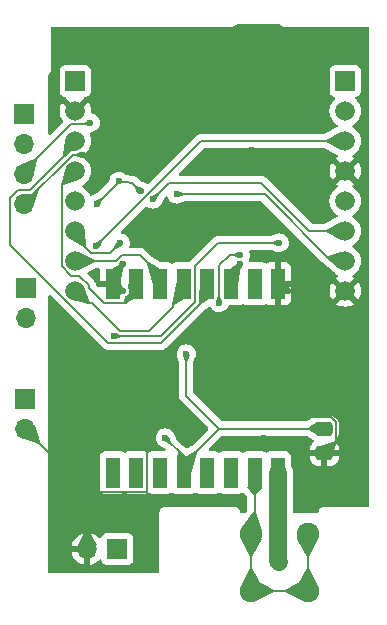
<source format=gbr>
%TF.GenerationSoftware,KiCad,Pcbnew,7.0.11-2.fc39*%
%TF.CreationDate,2024-04-30T19:09:02-04:00*%
%TF.ProjectId,OS42Mini,4f533432-4d69-46e6-992e-6b696361645f,rev?*%
%TF.SameCoordinates,Original*%
%TF.FileFunction,Copper,L2,Bot*%
%TF.FilePolarity,Positive*%
%FSLAX46Y46*%
G04 Gerber Fmt 4.6, Leading zero omitted, Abs format (unit mm)*
G04 Created by KiCad (PCBNEW 7.0.11-2.fc39) date 2024-04-30 19:09:02*
%MOMM*%
%LPD*%
G01*
G04 APERTURE LIST*
G04 Aperture macros list*
%AMRoundRect*
0 Rectangle with rounded corners*
0 $1 Rounding radius*
0 $2 $3 $4 $5 $6 $7 $8 $9 X,Y pos of 4 corners*
0 Add a 4 corners polygon primitive as box body*
4,1,4,$2,$3,$4,$5,$6,$7,$8,$9,$2,$3,0*
0 Add four circle primitives for the rounded corners*
1,1,$1+$1,$2,$3*
1,1,$1+$1,$4,$5*
1,1,$1+$1,$6,$7*
1,1,$1+$1,$8,$9*
0 Add four rect primitives between the rounded corners*
20,1,$1+$1,$2,$3,$4,$5,0*
20,1,$1+$1,$4,$5,$6,$7,0*
20,1,$1+$1,$6,$7,$8,$9,0*
20,1,$1+$1,$8,$9,$2,$3,0*%
G04 Aperture macros list end*
%TA.AperFunction,ComponentPad*%
%ADD10C,1.665000*%
%TD*%
%TA.AperFunction,ComponentPad*%
%ADD11R,1.665000X1.665000*%
%TD*%
%TA.AperFunction,ComponentPad*%
%ADD12R,1.700000X1.700000*%
%TD*%
%TA.AperFunction,ComponentPad*%
%ADD13O,1.700000X1.700000*%
%TD*%
%TA.AperFunction,ComponentPad*%
%ADD14C,1.508000*%
%TD*%
%TA.AperFunction,ComponentPad*%
%ADD15C,1.920000*%
%TD*%
%TA.AperFunction,SMDPad,CuDef*%
%ADD16R,1.200000X2.660000*%
%TD*%
%TA.AperFunction,SMDPad,CuDef*%
%ADD17RoundRect,0.250000X0.475000X-0.337500X0.475000X0.337500X-0.475000X0.337500X-0.475000X-0.337500X0*%
%TD*%
%TA.AperFunction,ViaPad*%
%ADD18C,0.600000*%
%TD*%
%TA.AperFunction,Conductor*%
%ADD19C,0.200000*%
%TD*%
%TA.AperFunction,Conductor*%
%ADD20C,1.500000*%
%TD*%
G04 APERTURE END LIST*
D10*
%TO.P,IC1,1,IO4*%
%TO.N,SCK*%
X138684000Y-107696000D03*
%TO.P,IC1,2,IO2*%
%TO.N,MOSI*%
X138684000Y-105156000D03*
%TO.P,IC1,3,IO14*%
%TO.N,BATTREAD*%
X138684000Y-102616000D03*
%TO.P,IC1,4,IO15*%
%TO.N,RESET*%
X138684000Y-100076000D03*
%TO.P,IC1,5,IO13*%
%TO.N,MISO*%
X138684000Y-97536000D03*
%TO.P,IC1,6,IO12*%
%TO.N,NSS*%
X138684000Y-94996000D03*
%TO.P,IC1,7,GND_1*%
%TO.N,GND*%
X138684000Y-92456000D03*
D11*
%TO.P,IC1,8,5V*%
%TO.N,unconnected-(IC1-5V-Pad8)*%
X138684000Y-89916000D03*
%TO.P,IC1,9,3V3*%
%TO.N,VCC*%
X161544000Y-89916000D03*
D10*
%TO.P,IC1,10,IO16*%
%TO.N,unconnected-(IC1-IO16-Pad10)*%
X161544000Y-92456000D03*
%TO.P,IC1,11,IO0*%
%TO.N,PROG_EN*%
X161544000Y-94996000D03*
%TO.P,IC1,12,GND_2*%
%TO.N,GND*%
X161544000Y-97536000D03*
%TO.P,IC1,13,VCC*%
%TO.N,unconnected-(IC1-VCC-Pad13)*%
X161544000Y-100076000D03*
%TO.P,IC1,14,U0R*%
%TO.N,RXD*%
X161544000Y-102616000D03*
%TO.P,IC1,15,U0T*%
%TO.N,TXD*%
X161544000Y-105156000D03*
%TO.P,IC1,16,GND_3*%
%TO.N,GND*%
X161544000Y-107696000D03*
%TD*%
D12*
%TO.P,PRG,1,Pin_1*%
%TO.N,PWRIN_VCC*%
X134340200Y-92720000D03*
D13*
%TO.P,PRG,2,Pin_2*%
%TO.N,RXD*%
X134340200Y-95260000D03*
%TO.P,PRG,3,Pin_3*%
%TO.N,TXD*%
X134340200Y-97800000D03*
%TO.P,PRG,4,Pin_4*%
%TO.N,GND*%
X134340200Y-100340000D03*
%TD*%
D14*
%TO.P,RF OUT,1*%
%TO.N,Net-(U2-ANT)*%
X155969000Y-130696000D03*
D15*
%TO.P,RF OUT,G1*%
%TO.N,Net-(J5-PadG1)*%
X153569000Y-128296000D03*
%TO.P,RF OUT,G2*%
X153569000Y-133096000D03*
%TO.P,RF OUT,G3*%
X158369000Y-133096000D03*
%TO.P,RF OUT,G4*%
X158369000Y-128296000D03*
%TD*%
D12*
%TO.P,GF,1,Pin_1*%
%TO.N,GPSFREEZE_1*%
X134442200Y-116840000D03*
D13*
%TO.P,GF,2,Pin_2*%
%TO.N,GND*%
X134442200Y-119380000D03*
%TD*%
D12*
%TO.P,EN,1,Pin_1*%
%TO.N,PROG_EN*%
X134518000Y-107462000D03*
D13*
%TO.P,EN,2,Pin_2*%
%TO.N,GND*%
X134518000Y-110002000D03*
%TD*%
D12*
%TO.P,J1,1,Pin_1*%
%TO.N,PWRIN_VCC*%
X142240000Y-129540000D03*
D13*
%TO.P,J1,2,Pin_2*%
%TO.N,GND*%
X139700000Y-129540000D03*
%TD*%
D16*
%TO.P,U2,1,GND*%
%TO.N,GND*%
X141860000Y-107080000D03*
%TO.P,U2,2,MISO*%
%TO.N,MISO*%
X143860000Y-107080000D03*
%TO.P,U2,3,MOSI*%
%TO.N,MOSI*%
X145860000Y-107080000D03*
%TO.P,U2,4,SCK*%
%TO.N,SCK*%
X147860000Y-107080000D03*
%TO.P,U2,5,NSS*%
%TO.N,NSS*%
X149860000Y-107080000D03*
%TO.P,U2,6,NRESET*%
%TO.N,RESET*%
X151860000Y-107080000D03*
%TO.P,U2,7,DIO5*%
%TO.N,unconnected-(U2-DIO5-Pad7)*%
X153860000Y-107080000D03*
%TO.P,U2,8,GND*%
%TO.N,GND*%
X155860000Y-107080000D03*
%TO.P,U2,9,DIO2*%
%TO.N,DIO2*%
X141860000Y-123080000D03*
%TO.P,U2,10,DIO1*%
%TO.N,DIO1*%
X143860000Y-123080000D03*
%TO.P,U2,11,DIO0*%
%TO.N,DIO0*%
X145860000Y-123080000D03*
%TO.P,U2,12,VCC*%
%TO.N,VCC*%
X147860000Y-123080000D03*
%TO.P,U2,13,DIO4*%
%TO.N,unconnected-(U2-DIO4-Pad13)*%
X149860000Y-123080000D03*
%TO.P,U2,14,DIO3*%
%TO.N,unconnected-(U2-DIO3-Pad14)*%
X151860000Y-123080000D03*
%TO.P,U2,15,GND*%
%TO.N,Net-(J5-PadG1)*%
X153860000Y-123080000D03*
%TO.P,U2,16,ANT*%
%TO.N,Net-(U2-ANT)*%
X155860000Y-123080000D03*
%TD*%
D17*
%TO.P,C5,1*%
%TO.N,GND*%
X159766000Y-121433500D03*
%TO.P,C5,2*%
%TO.N,VCC*%
X159766000Y-119358500D03*
%TD*%
D18*
%TO.N,GND*%
X141478000Y-97663000D03*
X152654000Y-93980000D03*
X146812000Y-113030000D03*
X157226000Y-118364000D03*
X146812000Y-93980000D03*
X145415000Y-92837000D03*
X138430000Y-118618000D03*
X152146000Y-92075000D03*
X153162000Y-120650000D03*
X149098000Y-119634000D03*
X156718000Y-97282000D03*
X144272000Y-120142000D03*
X153670000Y-95758000D03*
X159512000Y-97028000D03*
X138303000Y-87884000D03*
X142875000Y-93980000D03*
X159512000Y-101092000D03*
X162814000Y-110998000D03*
X152146000Y-116078000D03*
X155702000Y-89154000D03*
X141224000Y-92964000D03*
X143764000Y-92710000D03*
X149098000Y-93726000D03*
X151384000Y-89662000D03*
X141986000Y-114808000D03*
X156718000Y-107696000D03*
X140462000Y-96520000D03*
X154940000Y-93218000D03*
X147066000Y-94996000D03*
X142759998Y-107696000D03*
X159512000Y-93726000D03*
X150114000Y-113792000D03*
X159639000Y-86233000D03*
X142748000Y-105410000D03*
X159258000Y-98552000D03*
X156718000Y-98552000D03*
X144018000Y-88900000D03*
X149098000Y-97536000D03*
X140716000Y-90170000D03*
X139192000Y-120904000D03*
X151130000Y-97536000D03*
X138811000Y-86233000D03*
X143764000Y-91186000D03*
X148082000Y-91948000D03*
X160020000Y-113030000D03*
X162433000Y-87884000D03*
X157480000Y-96012000D03*
X153162000Y-97282000D03*
X150622000Y-110744000D03*
X156972000Y-91694000D03*
X150622000Y-96266000D03*
X153416000Y-89662000D03*
X145542000Y-96266000D03*
X163068000Y-119126000D03*
X139313201Y-96170593D03*
X143764000Y-94996000D03*
X147066000Y-89662000D03*
X154686000Y-120142000D03*
X159004000Y-90932000D03*
X154813000Y-92075000D03*
X161036000Y-115316000D03*
X144780000Y-113030000D03*
X150114000Y-112268000D03*
X149098000Y-89662000D03*
X140208000Y-86614000D03*
X158750000Y-116332000D03*
X156972000Y-89408000D03*
X140208000Y-87630000D03*
%TO.N,VCC*%
X146304000Y-120142000D03*
X148082000Y-113030000D03*
X150866982Y-108719092D03*
X152654000Y-104648000D03*
%TO.N,BATTREAD*%
X142494000Y-103632000D03*
%TO.N,RESET*%
X152654000Y-105448003D03*
%TO.N,PROG_EN*%
X140462000Y-103886000D03*
%TO.N,RXD*%
X142367000Y-98425000D03*
X144228735Y-99270735D03*
X145259998Y-99935391D03*
X140483798Y-100330000D03*
%TO.N,TXD*%
X147283713Y-99513266D03*
X139954000Y-93472000D03*
%TO.N,GPSFREEZE_1*%
X141986000Y-111506000D03*
X155956000Y-103632000D03*
%TD*%
D19*
%TO.N,GND*%
X160368744Y-118364000D02*
X157226000Y-118364000D01*
X142759998Y-107696000D02*
X142476000Y-107696000D01*
X144760000Y-120329471D02*
X145963471Y-119126000D01*
X141860000Y-107080000D02*
X141860000Y-106298000D01*
X139313201Y-96170593D02*
X138447810Y-96170593D01*
X160791000Y-120408500D02*
X160791000Y-118786256D01*
X134340200Y-100278203D02*
X134340200Y-100340000D01*
X141860000Y-106298000D02*
X142748000Y-105410000D01*
X139772200Y-124710000D02*
X144760000Y-124710000D01*
X138447810Y-96170593D02*
X134340200Y-100278203D01*
X148590000Y-119126000D02*
X149098000Y-119634000D01*
X142476000Y-107696000D02*
X141860000Y-107080000D01*
X139700000Y-124637800D02*
X139772200Y-124710000D01*
X139700000Y-129540000D02*
X139700000Y-124637800D01*
X144760000Y-124710000D02*
X144760000Y-120329471D01*
X160791000Y-118786256D02*
X160368744Y-118364000D01*
X155860000Y-107080000D02*
X156102000Y-107080000D01*
X156102000Y-107080000D02*
X156718000Y-107696000D01*
X139700000Y-124637800D02*
X134442200Y-119380000D01*
X145963471Y-119126000D02*
X148590000Y-119126000D01*
X159766000Y-121433500D02*
X160791000Y-120408500D01*
%TO.N,VCC*%
X147860000Y-123080000D02*
X147860000Y-122350000D01*
X147860000Y-121698000D02*
X147860000Y-123080000D01*
X146304000Y-120142000D02*
X147860000Y-121698000D01*
X150851500Y-119358500D02*
X159766000Y-119358500D01*
X150866982Y-108719092D02*
X150866982Y-105543018D01*
X150866982Y-105543018D02*
X151762000Y-104648000D01*
X150851500Y-119358500D02*
X148082000Y-116589000D01*
X147860000Y-122350000D02*
X150851500Y-119358500D01*
X151762000Y-104648000D02*
X152654000Y-104648000D01*
X148082000Y-116589000D02*
X148082000Y-113030000D01*
%TO.N,SCK*%
X147860000Y-107810000D02*
X146960000Y-108710000D01*
X147860000Y-107080000D02*
X147860000Y-107810000D01*
X146960000Y-109072000D02*
X144926000Y-111106000D01*
X140098000Y-108710000D02*
X139698000Y-108710000D01*
X144926000Y-111106000D02*
X142494000Y-111106000D01*
X142494000Y-111106000D02*
X140098000Y-108710000D01*
X139698000Y-108710000D02*
X138684000Y-107696000D01*
X146960000Y-108710000D02*
X146960000Y-109072000D01*
%TO.N,MOSI*%
X145860000Y-107080000D02*
X145860000Y-106350000D01*
X145860000Y-106350000D02*
X144158000Y-104648000D01*
X144158000Y-104648000D02*
X142661471Y-104648000D01*
X142661471Y-104648000D02*
X142153471Y-105156000D01*
X142153471Y-105156000D02*
X138684000Y-105156000D01*
X139192000Y-104648000D02*
X138684000Y-105156000D01*
%TO.N,BATTREAD*%
X141640000Y-104486000D02*
X140046000Y-104486000D01*
X140046000Y-104486000D02*
X138684000Y-103124000D01*
X138684000Y-103124000D02*
X138684000Y-102616000D01*
X142494000Y-103632000D02*
X141640000Y-104486000D01*
%TO.N,RESET*%
X151860000Y-106242003D02*
X152654000Y-105448003D01*
X151860000Y-107080000D02*
X151860000Y-106242003D01*
%TO.N,MISO*%
X139816500Y-107442000D02*
X139816500Y-107226903D01*
X137551500Y-98668500D02*
X138684000Y-97536000D01*
X143860000Y-107080000D02*
X143860000Y-107810000D01*
X141084500Y-108710000D02*
X139816500Y-107442000D01*
X143860000Y-107810000D02*
X142960000Y-108710000D01*
X137551500Y-105625097D02*
X137551500Y-98668500D01*
X142960000Y-108710000D02*
X141084500Y-108710000D01*
X138352403Y-106426000D02*
X137551500Y-105625097D01*
X139816500Y-107226903D02*
X139015597Y-106426000D01*
X139015597Y-106426000D02*
X138352403Y-106426000D01*
%TO.N,NSS*%
X133190200Y-103803797D02*
X133190200Y-99863654D01*
X141492403Y-112106000D02*
X133190200Y-103803797D01*
X149860000Y-107080000D02*
X149860000Y-108175685D01*
X134816546Y-99190000D02*
X138684000Y-95322546D01*
X133190200Y-99863654D02*
X133863854Y-99190000D01*
X138684000Y-95322546D02*
X138684000Y-94996000D01*
X149860000Y-108175685D02*
X145929685Y-112106000D01*
X145929685Y-112106000D02*
X141492403Y-112106000D01*
X133863854Y-99190000D02*
X134816546Y-99190000D01*
%TO.N,PROG_EN*%
X149352000Y-94996000D02*
X161544000Y-94996000D01*
X140462000Y-103886000D02*
X149352000Y-94996000D01*
%TO.N,RXD*%
X158496000Y-102616000D02*
X161544000Y-102616000D01*
X145259998Y-99935391D02*
X146643389Y-98552000D01*
X146643389Y-98552000D02*
X154432000Y-98552000D01*
X154432000Y-98552000D02*
X158496000Y-102616000D01*
X143510000Y-98552000D02*
X144228735Y-99270735D01*
X140483798Y-100330000D02*
X142261798Y-98552000D01*
X142367000Y-98425000D02*
X143510000Y-98552000D01*
X142261798Y-98552000D02*
X142367000Y-98425000D01*
%TO.N,TXD*%
X160366668Y-105156000D02*
X154723934Y-99513266D01*
X139954000Y-93472000D02*
X139837500Y-93588500D01*
X154723934Y-99513266D02*
X147283713Y-99513266D01*
X138313500Y-93588500D02*
X134340200Y-97561800D01*
X139837500Y-93588500D02*
X138313500Y-93588500D01*
X134340200Y-97561800D02*
X134340200Y-97800000D01*
X161544000Y-105156000D02*
X160366668Y-105156000D01*
%TO.N,GPSFREEZE_1*%
X148844000Y-108626000D02*
X148844000Y-105566000D01*
X148844000Y-105566000D02*
X150778000Y-103632000D01*
X150778000Y-103632000D02*
X155956000Y-103632000D01*
X145964000Y-111506000D02*
X148844000Y-108626000D01*
X141986000Y-111506000D02*
X145964000Y-111506000D01*
%TO.N,Net-(J5-PadG1)*%
X153569000Y-133096000D02*
X158369000Y-133096000D01*
X153860000Y-128005000D02*
X153569000Y-128296000D01*
X153569000Y-128296000D02*
X153569000Y-133096000D01*
X158369000Y-133096000D02*
X158369000Y-128296000D01*
X153860000Y-123080000D02*
X153860000Y-128005000D01*
D20*
%TO.N,Net-(U2-ANT)*%
X155860000Y-130587000D02*
X155969000Y-130696000D01*
X155860000Y-123080000D02*
X155860000Y-130587000D01*
%TD*%
%TA.AperFunction,Conductor*%
%TO.N,PROG_EN*%
G36*
X161229891Y-94237710D02*
G01*
X161230218Y-94238428D01*
X161543134Y-94991511D01*
X161543144Y-95000465D01*
X161543134Y-95000489D01*
X161230218Y-95753571D01*
X161223879Y-95759896D01*
X161214925Y-95759886D01*
X161214207Y-95759559D01*
X159885493Y-95099226D01*
X159879609Y-95092476D01*
X159879000Y-95088749D01*
X159879000Y-94903250D01*
X159882427Y-94894977D01*
X159885493Y-94892773D01*
X161214208Y-94232439D01*
X161223141Y-94231826D01*
X161229891Y-94237710D01*
G37*
%TD.AperFunction*%
%TD*%
%TA.AperFunction,Conductor*%
%TO.N,GND*%
G36*
X140485298Y-129214719D02*
G01*
X139700000Y-129541000D01*
X138914702Y-129214719D01*
X139600000Y-127840000D01*
X139800000Y-127840000D01*
X140485298Y-129214719D01*
G37*
%TD.AperFunction*%
%TD*%
%TA.AperFunction,Conductor*%
%TO.N,MOSI*%
G36*
X139013074Y-104392113D02*
G01*
X139013792Y-104392440D01*
X140342507Y-105052773D01*
X140348391Y-105059523D01*
X140349000Y-105063250D01*
X140349000Y-105248749D01*
X140345573Y-105257022D01*
X140342507Y-105259226D01*
X139013792Y-105919559D01*
X139004858Y-105920173D01*
X138998108Y-105914289D01*
X138997781Y-105913571D01*
X138684865Y-105160489D01*
X138684855Y-105151535D01*
X138684865Y-105151511D01*
X138721539Y-105063250D01*
X138997781Y-104398427D01*
X139004120Y-104392103D01*
X139013074Y-104392113D01*
G37*
%TD.AperFunction*%
%TD*%
%TA.AperFunction,Conductor*%
%TO.N,GND*%
G36*
X135436481Y-99045393D02*
G01*
X135439780Y-99047710D01*
X135570984Y-99178914D01*
X135574411Y-99187187D01*
X135573905Y-99190591D01*
X135129246Y-100652952D01*
X135123561Y-100659870D01*
X135114648Y-100660742D01*
X135113586Y-100660362D01*
X134343985Y-100342562D01*
X134337647Y-100336238D01*
X134019591Y-99566015D01*
X134019600Y-99557062D01*
X134025939Y-99550737D01*
X134026395Y-99550560D01*
X134190918Y-99491194D01*
X134194889Y-99490500D01*
X134765620Y-99490500D01*
X134769336Y-99491105D01*
X134774311Y-99492773D01*
X134823221Y-99490511D01*
X134823761Y-99490500D01*
X134844389Y-99490500D01*
X134844390Y-99490500D01*
X134850469Y-99489362D01*
X134852052Y-99489178D01*
X134886538Y-99487585D01*
X134904800Y-99479520D01*
X134907362Y-99478727D01*
X134926979Y-99475061D01*
X134956318Y-99456894D01*
X134957739Y-99456146D01*
X134989311Y-99442206D01*
X135003421Y-99428094D01*
X135005526Y-99426426D01*
X135022498Y-99415919D01*
X135043292Y-99388381D01*
X135044348Y-99387167D01*
X135361551Y-99069964D01*
X135365838Y-99067240D01*
X135427539Y-99044977D01*
X135436481Y-99045393D01*
G37*
%TD.AperFunction*%
%TD*%
%TA.AperFunction,Conductor*%
%TO.N,GND*%
G36*
X142759998Y-107596000D02*
G01*
X142759998Y-107796000D01*
X142421365Y-108191305D01*
X141859000Y-107080000D01*
X142460000Y-106764071D01*
X142759998Y-107596000D01*
G37*
%TD.AperFunction*%
%TD*%
%TA.AperFunction,Conductor*%
%TO.N,NSS*%
G36*
X138685149Y-94998719D02*
G01*
X138687696Y-95002533D01*
X138788549Y-95246779D01*
X138997282Y-95752290D01*
X138997272Y-95761244D01*
X138990933Y-95767569D01*
X138989864Y-95767951D01*
X138847326Y-95811189D01*
X138845082Y-95811636D01*
X138841094Y-95812030D01*
X138841076Y-95812033D01*
X138790735Y-95823508D01*
X138665106Y-95869383D01*
X138661093Y-95870093D01*
X138498737Y-95870093D01*
X138495020Y-95869487D01*
X138490046Y-95867820D01*
X138490044Y-95867820D01*
X138441136Y-95870081D01*
X138440596Y-95870093D01*
X138419963Y-95870093D01*
X138413894Y-95871227D01*
X138412287Y-95871413D01*
X138377821Y-95873007D01*
X138377814Y-95873009D01*
X138359563Y-95881067D01*
X138356989Y-95881865D01*
X138337376Y-95885532D01*
X138308041Y-95903694D01*
X138306608Y-95904449D01*
X138275046Y-95918386D01*
X138260936Y-95932495D01*
X138258823Y-95934168D01*
X138241860Y-95944672D01*
X138241856Y-95944675D01*
X138221062Y-95972209D01*
X138219999Y-95973431D01*
X137864675Y-96328754D01*
X137861600Y-96330963D01*
X137780657Y-96371105D01*
X137771723Y-96371710D01*
X137767186Y-96368896D01*
X137636020Y-96237730D01*
X137632593Y-96229457D01*
X137632772Y-96227419D01*
X137849787Y-95005643D01*
X137854607Y-94998098D01*
X137861293Y-94995991D01*
X138676874Y-94995299D01*
X138685149Y-94998719D01*
G37*
%TD.AperFunction*%
%TD*%
%TA.AperFunction,Conductor*%
%TO.N,GND*%
G36*
X157826000Y-118264000D02*
G01*
X157826000Y-118464000D01*
X157340805Y-118641164D01*
X157225000Y-118364000D01*
X157340805Y-118086836D01*
X157826000Y-118264000D01*
G37*
%TD.AperFunction*%
%TD*%
%TA.AperFunction,Conductor*%
%TO.N,Net-(J5-PadG1)*%
G36*
X153864808Y-123096802D02*
G01*
X153870666Y-123102660D01*
X154456991Y-124403325D01*
X154457267Y-124412275D01*
X154455313Y-124415623D01*
X153963508Y-125005790D01*
X153955579Y-125009952D01*
X153954520Y-125010000D01*
X153765480Y-125010000D01*
X153757207Y-125006573D01*
X153756492Y-125005790D01*
X153264686Y-124415623D01*
X153262022Y-124407074D01*
X153263006Y-124403330D01*
X153849334Y-123102659D01*
X153855858Y-123096526D01*
X153864808Y-123096802D01*
G37*
%TD.AperFunction*%
%TD*%
%TA.AperFunction,Conductor*%
%TO.N,Net-(J5-PadG1)*%
G36*
X153670086Y-131179427D02*
G01*
X153672249Y-131182411D01*
X154450219Y-132717369D01*
X154450903Y-132726297D01*
X154445072Y-132733094D01*
X154444271Y-132733463D01*
X153573488Y-133095135D01*
X153564533Y-133095144D01*
X153564512Y-133095135D01*
X152693728Y-132733463D01*
X152687402Y-132727125D01*
X152687411Y-132718170D01*
X152687780Y-132717369D01*
X153465751Y-131182411D01*
X153472548Y-131176580D01*
X153476187Y-131176000D01*
X153661813Y-131176000D01*
X153670086Y-131179427D01*
G37*
%TD.AperFunction*%
%TD*%
%TA.AperFunction,Conductor*%
%TO.N,SCK*%
G36*
X139451012Y-107382000D02*
G01*
X139457341Y-107388335D01*
X139457445Y-107388593D01*
X139872237Y-108463005D01*
X139928202Y-108607966D01*
X139928987Y-108612180D01*
X139928987Y-108795438D01*
X139925560Y-108803711D01*
X139917287Y-108807138D01*
X139914767Y-108806863D01*
X138379031Y-108468133D01*
X138371690Y-108463005D01*
X138370126Y-108454188D01*
X138370737Y-108452243D01*
X138681146Y-107700489D01*
X138687470Y-107694150D01*
X139442058Y-107381996D01*
X139451012Y-107382000D01*
G37*
%TD.AperFunction*%
%TD*%
%TA.AperFunction,Conductor*%
%TO.N,TXD*%
G36*
X147876026Y-99410459D02*
G01*
X147882622Y-99416515D01*
X147883713Y-99421449D01*
X147883713Y-99605082D01*
X147880286Y-99613355D01*
X147876026Y-99616072D01*
X147409018Y-99786596D01*
X147400071Y-99786215D01*
X147394209Y-99780117D01*
X147284596Y-99517775D01*
X147284570Y-99508822D01*
X147284575Y-99508808D01*
X147394209Y-99246413D01*
X147400561Y-99240102D01*
X147409015Y-99239935D01*
X147876026Y-99410459D01*
G37*
%TD.AperFunction*%
%TD*%
%TA.AperFunction,Conductor*%
%TO.N,Net-(J5-PadG1)*%
G36*
X153946829Y-132214411D02*
G01*
X153947631Y-132214780D01*
X155482590Y-132992751D01*
X155488420Y-132999547D01*
X155489000Y-133003186D01*
X155489000Y-133188813D01*
X155485573Y-133197086D01*
X155482589Y-133199249D01*
X153947630Y-133977219D01*
X153938702Y-133977903D01*
X153931905Y-133972072D01*
X153931536Y-133971271D01*
X153569864Y-133100488D01*
X153569855Y-133091533D01*
X153569864Y-133091512D01*
X153931536Y-132220728D01*
X153937874Y-132214402D01*
X153946829Y-132214411D01*
G37*
%TD.AperFunction*%
%TD*%
%TA.AperFunction,Conductor*%
%TO.N,RXD*%
G36*
X143882599Y-98779210D02*
G01*
X144333406Y-98988858D01*
X144339461Y-98995453D01*
X144339294Y-99003910D01*
X144231298Y-99266919D01*
X144224986Y-99273271D01*
X144224919Y-99273298D01*
X143961910Y-99381294D01*
X143952955Y-99381267D01*
X143946858Y-99375406D01*
X143737210Y-98924600D01*
X143736830Y-98915655D01*
X143739545Y-98911397D01*
X143869396Y-98781546D01*
X143877668Y-98778120D01*
X143882599Y-98779210D01*
G37*
%TD.AperFunction*%
%TD*%
%TA.AperFunction,Conductor*%
%TO.N,Net-(J5-PadG1)*%
G36*
X158006094Y-132219927D02*
G01*
X158006463Y-132220728D01*
X158368135Y-133091512D01*
X158368144Y-133100467D01*
X158368135Y-133100488D01*
X158006463Y-133971271D01*
X158000125Y-133977597D01*
X157991170Y-133977588D01*
X157990369Y-133977219D01*
X156455411Y-133199249D01*
X156449580Y-133192452D01*
X156449000Y-133188813D01*
X156449000Y-133003186D01*
X156452427Y-132994913D01*
X156455407Y-132992752D01*
X157990369Y-132214779D01*
X157999297Y-132214096D01*
X158006094Y-132219927D01*
G37*
%TD.AperFunction*%
%TD*%
%TA.AperFunction,Conductor*%
%TO.N,Net-(J5-PadG1)*%
G36*
X158470086Y-131179427D02*
G01*
X158472249Y-131182411D01*
X159250219Y-132717369D01*
X159250903Y-132726297D01*
X159245072Y-132733094D01*
X159244271Y-132733463D01*
X158373488Y-133095135D01*
X158364533Y-133095144D01*
X158364512Y-133095135D01*
X157493728Y-132733463D01*
X157487402Y-132727125D01*
X157487411Y-132718170D01*
X157487780Y-132717369D01*
X158265751Y-131182411D01*
X158272548Y-131176580D01*
X158276187Y-131176000D01*
X158461813Y-131176000D01*
X158470086Y-131179427D01*
G37*
%TD.AperFunction*%
%TD*%
%TA.AperFunction,Conductor*%
%TO.N,VCC*%
G36*
X146579779Y-120031467D02*
G01*
X146585877Y-120037329D01*
X146795523Y-120488132D01*
X146795904Y-120497079D01*
X146793187Y-120501339D01*
X146663339Y-120631187D01*
X146655066Y-120634614D01*
X146650132Y-120633523D01*
X146356736Y-120497079D01*
X146199328Y-120423876D01*
X146193273Y-120417281D01*
X146193439Y-120408825D01*
X146301436Y-120145814D01*
X146307746Y-120139464D01*
X146570825Y-120031440D01*
X146579779Y-120031467D01*
G37*
%TD.AperFunction*%
%TD*%
%TA.AperFunction,Conductor*%
%TO.N,VCC*%
G36*
X159201941Y-118796605D02*
G01*
X159758657Y-119350204D01*
X159762107Y-119358467D01*
X159758703Y-119366750D01*
X159758657Y-119366796D01*
X159201941Y-119920394D01*
X159193658Y-119923798D01*
X159187445Y-119921991D01*
X158884916Y-119730942D01*
X158458953Y-119461943D01*
X158453787Y-119454628D01*
X158453500Y-119452050D01*
X158453500Y-119264949D01*
X158456927Y-119256676D01*
X158458950Y-119255057D01*
X159187447Y-118795007D01*
X159196269Y-118793488D01*
X159201941Y-118796605D01*
G37*
%TD.AperFunction*%
%TD*%
%TA.AperFunction,Conductor*%
%TO.N,GND*%
G36*
X135224869Y-119059511D02*
G01*
X135231194Y-119065850D01*
X135231475Y-119066603D01*
X135598537Y-120163400D01*
X135712694Y-120504504D01*
X135712070Y-120513437D01*
X135709872Y-120516490D01*
X135578690Y-120647672D01*
X135570417Y-120651099D01*
X135566704Y-120650494D01*
X135157172Y-120513437D01*
X134902435Y-120428184D01*
X134128803Y-120169275D01*
X134122045Y-120163400D01*
X134121421Y-120154467D01*
X134121697Y-120153726D01*
X134439638Y-119383783D01*
X134445959Y-119377448D01*
X135215915Y-119059502D01*
X135224869Y-119059511D01*
G37*
%TD.AperFunction*%
%TD*%
%TA.AperFunction,Conductor*%
%TO.N,VCC*%
G36*
X150967072Y-108122519D02*
G01*
X150969788Y-108126778D01*
X151058790Y-108370525D01*
X151059500Y-108374536D01*
X151059500Y-108429747D01*
X151071133Y-108488231D01*
X151115447Y-108554551D01*
X151115448Y-108554552D01*
X151126207Y-108561741D01*
X151130697Y-108567456D01*
X151140311Y-108593787D01*
X151139930Y-108602734D01*
X151133832Y-108608596D01*
X150871493Y-108718207D01*
X150862538Y-108718234D01*
X150862471Y-108718207D01*
X150600130Y-108608595D01*
X150593818Y-108602243D01*
X150593651Y-108593789D01*
X150611627Y-108544558D01*
X150612882Y-108542084D01*
X150648867Y-108488231D01*
X150660500Y-108429748D01*
X150660500Y-108412779D01*
X150661210Y-108408766D01*
X150675175Y-108370523D01*
X150764175Y-108126778D01*
X150770231Y-108120183D01*
X150775165Y-108119092D01*
X150958799Y-108119092D01*
X150967072Y-108122519D01*
G37*
%TD.AperFunction*%
%TD*%
%TA.AperFunction,Conductor*%
%TO.N,RXD*%
G36*
X140843137Y-99840812D02*
G01*
X140972985Y-99970660D01*
X140976412Y-99978933D01*
X140975321Y-99983867D01*
X140765675Y-100434670D01*
X140759079Y-100440726D01*
X140750622Y-100440559D01*
X140487613Y-100332563D01*
X140481261Y-100326251D01*
X140481234Y-100326184D01*
X140373238Y-100063175D01*
X140373265Y-100054220D01*
X140379124Y-100048124D01*
X140829932Y-99838475D01*
X140838877Y-99838095D01*
X140843137Y-99840812D01*
G37*
%TD.AperFunction*%
%TD*%
%TA.AperFunction,Conductor*%
%TO.N,RESET*%
G36*
X152387174Y-105337442D02*
G01*
X152550804Y-105404632D01*
X152650184Y-105445439D01*
X152656536Y-105451751D01*
X152656563Y-105451818D01*
X152764559Y-105714827D01*
X152764532Y-105723782D01*
X152758670Y-105729880D01*
X152307867Y-105939526D01*
X152298920Y-105939907D01*
X152294660Y-105937190D01*
X152164812Y-105807342D01*
X152161385Y-105799069D01*
X152162474Y-105794139D01*
X152372124Y-105343330D01*
X152378718Y-105337276D01*
X152387174Y-105337442D01*
G37*
%TD.AperFunction*%
%TD*%
%TA.AperFunction,Conductor*%
%TO.N,TXD*%
G36*
X139843625Y-93205884D02*
G01*
X139844552Y-93207657D01*
X139954088Y-93469817D01*
X139954992Y-93474367D01*
X139954044Y-93758527D01*
X139950590Y-93766789D01*
X139942305Y-93770188D01*
X139940666Y-93770067D01*
X139387991Y-93689952D01*
X139380295Y-93685374D01*
X139377969Y-93678373D01*
X139377969Y-93494920D01*
X139381396Y-93486647D01*
X139383381Y-93485053D01*
X139827474Y-93202298D01*
X139836291Y-93200746D01*
X139843625Y-93205884D01*
G37*
%TD.AperFunction*%
%TD*%
%TA.AperFunction,Conductor*%
%TO.N,GND*%
G36*
X139314201Y-96170593D02*
G01*
X139198396Y-96447757D01*
X138713201Y-96270593D01*
X138713201Y-96070593D01*
X138861226Y-96016542D01*
X138886503Y-96014053D01*
X139081225Y-95954985D01*
X139192066Y-95895739D01*
X139198396Y-95893429D01*
X139314201Y-96170593D01*
G37*
%TD.AperFunction*%
%TD*%
%TA.AperFunction,Conductor*%
%TO.N,Net-(J5-PadG1)*%
G36*
X153959828Y-126437311D02*
G01*
X153962660Y-126441900D01*
X154452500Y-127918305D01*
X154451852Y-127927236D01*
X154445883Y-127932794D01*
X153576232Y-128293995D01*
X153567277Y-128294004D01*
X153563465Y-128291457D01*
X152897271Y-127624282D01*
X152893851Y-127616007D01*
X152896123Y-127609087D01*
X153756494Y-126438654D01*
X153764155Y-126434018D01*
X153765921Y-126433884D01*
X153951555Y-126433884D01*
X153959828Y-126437311D01*
G37*
%TD.AperFunction*%
%TD*%
%TA.AperFunction,Conductor*%
%TO.N,TXD*%
G36*
X135334459Y-96437476D02*
G01*
X135465660Y-96568677D01*
X135469087Y-96576950D01*
X135468809Y-96579487D01*
X135128516Y-98111689D01*
X135123377Y-98119022D01*
X135114557Y-98120574D01*
X135112628Y-98119966D01*
X134343985Y-97802562D01*
X134337647Y-97796238D01*
X134019270Y-97025238D01*
X134019279Y-97016284D01*
X134025337Y-97010079D01*
X135321442Y-96435053D01*
X135330393Y-96434832D01*
X135334459Y-96437476D01*
G37*
%TD.AperFunction*%
%TD*%
%TA.AperFunction,Conductor*%
%TO.N,SCK*%
G36*
X147271702Y-106940585D02*
G01*
X147851031Y-107076889D01*
X147858298Y-107082120D01*
X147860050Y-107088214D01*
X147867265Y-108403272D01*
X147863883Y-108411564D01*
X147861505Y-108413416D01*
X147062749Y-108884116D01*
X147056809Y-108885736D01*
X146874347Y-108885736D01*
X146866074Y-108882309D01*
X146862647Y-108874036D01*
X146862886Y-108871683D01*
X147229119Y-107088214D01*
X147257578Y-106949624D01*
X147262599Y-106942210D01*
X147271392Y-106940517D01*
X147271702Y-106940585D01*
G37*
%TD.AperFunction*%
%TD*%
%TA.AperFunction,Conductor*%
%TO.N,GND*%
G36*
X156788710Y-107625289D02*
G01*
X156647289Y-107766710D01*
X156368001Y-108183341D01*
X155859293Y-107079293D01*
X156460000Y-106772006D01*
X156788710Y-107625289D01*
G37*
%TD.AperFunction*%
%TD*%
%TA.AperFunction,Conductor*%
%TO.N,VCC*%
G36*
X147551391Y-121246312D02*
G01*
X148177309Y-121745348D01*
X148181641Y-121753185D01*
X148181386Y-121757251D01*
X147868728Y-123047603D01*
X147863449Y-123054837D01*
X147854602Y-123056219D01*
X147847368Y-123050940D01*
X147846693Y-123049662D01*
X147262010Y-121754453D01*
X147261730Y-121745502D01*
X147261753Y-121745440D01*
X147400905Y-121383531D01*
X147403550Y-121379461D01*
X147535825Y-121247186D01*
X147544097Y-121243760D01*
X147551391Y-121246312D01*
G37*
%TD.AperFunction*%
%TD*%
%TA.AperFunction,Conductor*%
%TO.N,GND*%
G36*
X156031620Y-85109685D02*
G01*
X156068897Y-85146962D01*
X156081854Y-85167125D01*
X156081857Y-85167128D01*
X156102488Y-85185006D01*
X156114992Y-85197510D01*
X156132870Y-85218141D01*
X156132872Y-85218143D01*
X156155844Y-85232905D01*
X156169996Y-85243500D01*
X156190627Y-85261377D01*
X156213899Y-85272005D01*
X156215451Y-85272714D01*
X156230978Y-85281192D01*
X156253947Y-85295953D01*
X156280136Y-85303643D01*
X156296713Y-85309826D01*
X156321538Y-85321163D01*
X156321539Y-85321163D01*
X156321543Y-85321165D01*
X156348564Y-85325050D01*
X156365846Y-85328809D01*
X156392039Y-85336500D01*
X156428201Y-85336500D01*
X163459500Y-85336500D01*
X163526539Y-85356185D01*
X163572294Y-85408989D01*
X163583500Y-85460500D01*
X163583500Y-125867500D01*
X163563815Y-125934539D01*
X163511011Y-125980294D01*
X163459500Y-125991500D01*
X159837961Y-125991500D01*
X159694039Y-125991500D01*
X159694036Y-125991500D01*
X159694034Y-125991501D01*
X159667842Y-125999190D01*
X159650568Y-126002948D01*
X159623544Y-126006834D01*
X159623541Y-126006835D01*
X159598710Y-126018175D01*
X159582141Y-126024355D01*
X159569171Y-126028163D01*
X159555947Y-126032047D01*
X159555945Y-126032047D01*
X159555945Y-126032048D01*
X159532982Y-126046805D01*
X159517461Y-126055280D01*
X159492628Y-126066621D01*
X159492625Y-126066623D01*
X159472000Y-126084495D01*
X159457840Y-126095095D01*
X159434876Y-126109853D01*
X159434871Y-126109857D01*
X159416993Y-126130489D01*
X159404489Y-126142993D01*
X159383857Y-126160871D01*
X159383853Y-126160876D01*
X159369095Y-126183840D01*
X159358495Y-126198000D01*
X159340623Y-126218625D01*
X159340621Y-126218628D01*
X159329280Y-126243461D01*
X159320805Y-126258982D01*
X159306048Y-126281945D01*
X159298355Y-126308141D01*
X159292175Y-126324710D01*
X159280835Y-126349541D01*
X159280834Y-126349544D01*
X159276948Y-126376568D01*
X159273194Y-126393831D01*
X159270526Y-126402918D01*
X159232763Y-126461700D01*
X159169212Y-126490735D01*
X159151545Y-126492000D01*
X157234500Y-126492000D01*
X157167461Y-126472315D01*
X157121706Y-126419511D01*
X157110500Y-126368000D01*
X157110500Y-123023852D01*
X157110500Y-123023845D01*
X157095377Y-122855812D01*
X157095376Y-122855807D01*
X157035496Y-122638839D01*
X157035491Y-122638826D01*
X156972779Y-122508601D01*
X156960499Y-122454800D01*
X156960499Y-121702129D01*
X156960498Y-121702123D01*
X156960497Y-121702116D01*
X156958496Y-121683500D01*
X158541001Y-121683500D01*
X158541001Y-121820986D01*
X158551494Y-121923697D01*
X158606641Y-122090119D01*
X158606643Y-122090124D01*
X158698684Y-122239345D01*
X158822654Y-122363315D01*
X158971875Y-122455356D01*
X158971880Y-122455358D01*
X159138302Y-122510505D01*
X159138309Y-122510506D01*
X159241019Y-122520999D01*
X159515999Y-122520999D01*
X159516000Y-122520998D01*
X159516000Y-121683500D01*
X160016000Y-121683500D01*
X160016000Y-122520999D01*
X160290972Y-122520999D01*
X160290986Y-122520998D01*
X160393697Y-122510505D01*
X160560119Y-122455358D01*
X160560124Y-122455356D01*
X160709345Y-122363315D01*
X160833315Y-122239345D01*
X160925356Y-122090124D01*
X160925358Y-122090119D01*
X160980505Y-121923697D01*
X160980506Y-121923690D01*
X160990999Y-121820986D01*
X160991000Y-121820973D01*
X160991000Y-121683500D01*
X160016000Y-121683500D01*
X159516000Y-121683500D01*
X158541001Y-121683500D01*
X156958496Y-121683500D01*
X156954091Y-121642517D01*
X156903796Y-121507669D01*
X156903795Y-121507668D01*
X156903793Y-121507664D01*
X156817547Y-121392455D01*
X156817544Y-121392452D01*
X156702335Y-121306206D01*
X156702328Y-121306202D01*
X156567482Y-121255908D01*
X156567483Y-121255908D01*
X156507883Y-121249501D01*
X156507881Y-121249500D01*
X156507873Y-121249500D01*
X156507864Y-121249500D01*
X155212129Y-121249500D01*
X155212123Y-121249501D01*
X155152516Y-121255908D01*
X155017671Y-121306202D01*
X155017669Y-121306203D01*
X154934311Y-121368606D01*
X154868847Y-121393023D01*
X154800574Y-121378172D01*
X154785689Y-121368606D01*
X154702330Y-121306203D01*
X154702328Y-121306202D01*
X154567482Y-121255908D01*
X154567483Y-121255908D01*
X154507883Y-121249501D01*
X154507881Y-121249500D01*
X154507873Y-121249500D01*
X154507864Y-121249500D01*
X153212129Y-121249500D01*
X153212123Y-121249501D01*
X153152516Y-121255908D01*
X153017671Y-121306202D01*
X153017669Y-121306203D01*
X152934311Y-121368606D01*
X152868847Y-121393023D01*
X152800574Y-121378172D01*
X152785689Y-121368606D01*
X152702330Y-121306203D01*
X152702328Y-121306202D01*
X152567482Y-121255908D01*
X152567483Y-121255908D01*
X152507883Y-121249501D01*
X152507881Y-121249500D01*
X152507873Y-121249500D01*
X152507864Y-121249500D01*
X151212129Y-121249500D01*
X151212123Y-121249501D01*
X151152516Y-121255908D01*
X151017671Y-121306202D01*
X151017669Y-121306203D01*
X150934311Y-121368606D01*
X150868847Y-121393023D01*
X150800574Y-121378172D01*
X150785689Y-121368606D01*
X150702330Y-121306203D01*
X150702328Y-121306202D01*
X150567482Y-121255908D01*
X150567483Y-121255908D01*
X150507883Y-121249501D01*
X150507881Y-121249500D01*
X150507873Y-121249500D01*
X150507865Y-121249500D01*
X150109096Y-121249500D01*
X150042057Y-121229815D01*
X149996302Y-121177011D01*
X149986358Y-121107853D01*
X150015383Y-121044297D01*
X150021415Y-121037819D01*
X151063916Y-119995319D01*
X151125239Y-119961834D01*
X151151597Y-119959000D01*
X158263455Y-119959000D01*
X158329664Y-119978155D01*
X158826263Y-120291761D01*
X158872435Y-120344200D01*
X158882927Y-120413278D01*
X158854407Y-120477062D01*
X158825160Y-120502137D01*
X158822663Y-120503677D01*
X158822655Y-120503683D01*
X158698684Y-120627654D01*
X158606643Y-120776875D01*
X158606641Y-120776880D01*
X158551494Y-120943302D01*
X158551493Y-120943309D01*
X158541000Y-121046013D01*
X158541000Y-121183500D01*
X160990999Y-121183500D01*
X160990999Y-121046028D01*
X160990998Y-121046013D01*
X160980505Y-120943302D01*
X160925358Y-120776880D01*
X160925356Y-120776875D01*
X160833315Y-120627654D01*
X160709344Y-120503683D01*
X160709341Y-120503681D01*
X160706339Y-120501829D01*
X160704713Y-120500021D01*
X160703677Y-120499202D01*
X160703817Y-120499024D01*
X160659617Y-120449880D01*
X160648397Y-120380917D01*
X160676243Y-120316836D01*
X160706344Y-120290754D01*
X160709656Y-120288712D01*
X160833712Y-120164656D01*
X160925814Y-120015334D01*
X160980999Y-119848797D01*
X160991500Y-119746009D01*
X160991499Y-118970992D01*
X160980999Y-118868203D01*
X160925814Y-118701666D01*
X160833712Y-118552344D01*
X160709656Y-118428288D01*
X160560334Y-118336186D01*
X160393797Y-118281001D01*
X160393795Y-118281000D01*
X160291010Y-118270500D01*
X159240998Y-118270500D01*
X159240980Y-118270501D01*
X159138199Y-118281001D01*
X159071245Y-118303187D01*
X159059803Y-118306379D01*
X159048885Y-118308867D01*
X159039636Y-118313003D01*
X159028032Y-118317507D01*
X158971661Y-118336187D01*
X158936160Y-118358084D01*
X158921699Y-118365735D01*
X158917548Y-118367591D01*
X158917536Y-118367597D01*
X158329662Y-118738844D01*
X158263452Y-118758000D01*
X151151598Y-118758000D01*
X151084559Y-118738315D01*
X151063917Y-118721681D01*
X148718819Y-116376583D01*
X148685334Y-116315260D01*
X148682500Y-116288902D01*
X148682500Y-113755025D01*
X148690022Y-113712494D01*
X148830166Y-113328686D01*
X148843071Y-113288117D01*
X148843241Y-113286739D01*
X148849262Y-113260994D01*
X148867368Y-113209255D01*
X148887565Y-113030000D01*
X148867368Y-112850745D01*
X148807789Y-112680478D01*
X148711816Y-112527738D01*
X148584262Y-112400184D01*
X148431523Y-112304211D01*
X148261254Y-112244631D01*
X148261249Y-112244630D01*
X148082004Y-112224435D01*
X148081996Y-112224435D01*
X147902750Y-112244630D01*
X147902745Y-112244631D01*
X147732476Y-112304211D01*
X147579737Y-112400184D01*
X147452184Y-112527737D01*
X147356211Y-112680476D01*
X147296631Y-112850745D01*
X147296630Y-112850750D01*
X147276435Y-113029996D01*
X147276435Y-113030003D01*
X147296631Y-113209252D01*
X147324268Y-113288236D01*
X147328570Y-113303663D01*
X147333833Y-113328685D01*
X147473978Y-113712494D01*
X147481500Y-113755025D01*
X147481500Y-116541512D01*
X147480439Y-116557697D01*
X147476318Y-116588998D01*
X147476318Y-116589000D01*
X147481500Y-116628360D01*
X147481500Y-116628361D01*
X147496955Y-116745760D01*
X147496956Y-116745762D01*
X147557464Y-116891841D01*
X147653718Y-117017282D01*
X147653719Y-117017283D01*
X147678769Y-117036504D01*
X147690963Y-117047198D01*
X149914584Y-119270820D01*
X149948068Y-119332141D01*
X149943084Y-119401833D01*
X149914583Y-119446180D01*
X148532719Y-120828044D01*
X148506255Y-120848199D01*
X148203426Y-121020111D01*
X148135408Y-121036088D01*
X148069549Y-121012756D01*
X148064908Y-121009231D01*
X147866526Y-120851064D01*
X147855991Y-120843095D01*
X147843120Y-120831885D01*
X147241287Y-120230052D01*
X147216532Y-120194659D01*
X147044246Y-119824190D01*
X147044243Y-119824185D01*
X147044236Y-119824169D01*
X147037874Y-119811873D01*
X147030970Y-119795855D01*
X147029789Y-119792478D01*
X146933816Y-119639738D01*
X146806262Y-119512184D01*
X146653523Y-119416211D01*
X146483254Y-119356631D01*
X146483249Y-119356630D01*
X146304004Y-119336435D01*
X146303996Y-119336435D01*
X146124750Y-119356630D01*
X146124745Y-119356631D01*
X145954476Y-119416211D01*
X145801737Y-119512184D01*
X145674184Y-119639737D01*
X145578211Y-119792476D01*
X145518631Y-119962745D01*
X145518630Y-119962750D01*
X145498435Y-120141996D01*
X145498435Y-120142003D01*
X145518630Y-120321249D01*
X145518631Y-120321254D01*
X145578211Y-120491523D01*
X145585852Y-120503683D01*
X145674184Y-120644262D01*
X145801738Y-120771816D01*
X145954478Y-120867789D01*
X145954480Y-120867790D01*
X145960865Y-120870024D01*
X145982082Y-120880464D01*
X145982294Y-120880084D01*
X145986155Y-120882226D01*
X145986168Y-120882235D01*
X146244388Y-121002320D01*
X146267490Y-121013064D01*
X146319977Y-121059182D01*
X146339198Y-121126356D01*
X146319051Y-121193258D01*
X146265933Y-121238647D01*
X146215201Y-121249500D01*
X145212129Y-121249500D01*
X145212123Y-121249501D01*
X145152516Y-121255908D01*
X145017671Y-121306202D01*
X145017669Y-121306203D01*
X144934311Y-121368606D01*
X144868847Y-121393023D01*
X144800574Y-121378172D01*
X144785689Y-121368606D01*
X144702330Y-121306203D01*
X144702328Y-121306202D01*
X144567482Y-121255908D01*
X144567483Y-121255908D01*
X144507883Y-121249501D01*
X144507881Y-121249500D01*
X144507873Y-121249500D01*
X144507864Y-121249500D01*
X143212129Y-121249500D01*
X143212123Y-121249501D01*
X143152516Y-121255908D01*
X143017671Y-121306202D01*
X143017669Y-121306203D01*
X142934311Y-121368606D01*
X142868847Y-121393023D01*
X142800574Y-121378172D01*
X142785689Y-121368606D01*
X142702330Y-121306203D01*
X142702328Y-121306202D01*
X142567482Y-121255908D01*
X142567483Y-121255908D01*
X142507883Y-121249501D01*
X142507881Y-121249500D01*
X142507873Y-121249500D01*
X142507864Y-121249500D01*
X141212129Y-121249500D01*
X141212123Y-121249501D01*
X141152516Y-121255908D01*
X141017671Y-121306202D01*
X141017664Y-121306206D01*
X140902455Y-121392452D01*
X140902452Y-121392455D01*
X140816206Y-121507664D01*
X140816202Y-121507671D01*
X140765908Y-121642517D01*
X140759501Y-121702116D01*
X140759501Y-121702123D01*
X140759500Y-121702135D01*
X140759500Y-124457870D01*
X140759501Y-124457876D01*
X140765908Y-124517483D01*
X140816202Y-124652328D01*
X140816206Y-124652335D01*
X140902452Y-124767544D01*
X140902455Y-124767547D01*
X141017664Y-124853793D01*
X141017671Y-124853797D01*
X141152517Y-124904091D01*
X141152516Y-124904091D01*
X141159444Y-124904835D01*
X141212127Y-124910500D01*
X142507872Y-124910499D01*
X142567483Y-124904091D01*
X142702331Y-124853796D01*
X142785689Y-124791393D01*
X142851153Y-124766977D01*
X142919426Y-124781828D01*
X142934311Y-124791394D01*
X143017669Y-124853796D01*
X143017671Y-124853797D01*
X143152517Y-124904091D01*
X143152516Y-124904091D01*
X143159444Y-124904835D01*
X143212127Y-124910500D01*
X144507872Y-124910499D01*
X144567483Y-124904091D01*
X144702331Y-124853796D01*
X144785689Y-124791393D01*
X144851153Y-124766977D01*
X144919426Y-124781828D01*
X144934311Y-124791394D01*
X145017669Y-124853796D01*
X145017671Y-124853797D01*
X145152517Y-124904091D01*
X145152516Y-124904091D01*
X145159444Y-124904835D01*
X145212127Y-124910500D01*
X146507872Y-124910499D01*
X146567483Y-124904091D01*
X146702331Y-124853796D01*
X146785689Y-124791393D01*
X146851153Y-124766977D01*
X146919426Y-124781828D01*
X146934311Y-124791394D01*
X147017669Y-124853796D01*
X147017671Y-124853797D01*
X147152517Y-124904091D01*
X147152516Y-124904091D01*
X147159444Y-124904835D01*
X147212127Y-124910500D01*
X148507872Y-124910499D01*
X148567483Y-124904091D01*
X148702331Y-124853796D01*
X148785689Y-124791393D01*
X148851153Y-124766977D01*
X148919426Y-124781828D01*
X148934311Y-124791394D01*
X149017669Y-124853796D01*
X149017671Y-124853797D01*
X149152517Y-124904091D01*
X149152516Y-124904091D01*
X149159444Y-124904835D01*
X149212127Y-124910500D01*
X150507872Y-124910499D01*
X150567483Y-124904091D01*
X150702331Y-124853796D01*
X150785689Y-124791393D01*
X150851153Y-124766977D01*
X150919426Y-124781828D01*
X150934311Y-124791394D01*
X151017669Y-124853796D01*
X151017671Y-124853797D01*
X151152517Y-124904091D01*
X151152516Y-124904091D01*
X151159444Y-124904835D01*
X151212127Y-124910500D01*
X152507872Y-124910499D01*
X152567483Y-124904091D01*
X152702331Y-124853796D01*
X152774065Y-124800095D01*
X152839528Y-124775678D01*
X152907801Y-124790529D01*
X152943635Y-124819979D01*
X153019069Y-124910499D01*
X153230759Y-125164526D01*
X153258555Y-125228628D01*
X153259500Y-125243908D01*
X153259500Y-126220605D01*
X153239815Y-126287644D01*
X153235419Y-126294036D01*
X153127061Y-126441444D01*
X153071496Y-126483800D01*
X153027152Y-126492000D01*
X152760455Y-126492000D01*
X152693416Y-126472315D01*
X152647661Y-126419511D01*
X152641479Y-126402938D01*
X152638812Y-126393856D01*
X152635050Y-126376564D01*
X152631165Y-126349546D01*
X152631165Y-126349544D01*
X152631165Y-126349543D01*
X152631163Y-126349538D01*
X152619826Y-126324713D01*
X152613643Y-126308136D01*
X152605953Y-126281948D01*
X152605953Y-126281946D01*
X152591192Y-126258978D01*
X152582714Y-126243451D01*
X152572280Y-126220605D01*
X152571377Y-126218627D01*
X152553500Y-126197996D01*
X152542903Y-126183840D01*
X152528143Y-126160872D01*
X152528142Y-126160871D01*
X152507510Y-126142992D01*
X152495006Y-126130488D01*
X152477128Y-126109857D01*
X152477123Y-126109853D01*
X152454160Y-126095095D01*
X152440000Y-126084496D01*
X152433007Y-126078437D01*
X152419373Y-126066623D01*
X152394541Y-126055282D01*
X152379019Y-126046806D01*
X152379017Y-126046805D01*
X152356053Y-126032047D01*
X152356051Y-126032046D01*
X152329858Y-126024355D01*
X152313288Y-126018174D01*
X152288457Y-126006835D01*
X152261423Y-126002947D01*
X152244154Y-125999190D01*
X152217963Y-125991500D01*
X152217961Y-125991500D01*
X152181799Y-125991500D01*
X146375961Y-125991500D01*
X146232039Y-125991500D01*
X146232036Y-125991500D01*
X146232034Y-125991501D01*
X146205842Y-125999190D01*
X146188568Y-126002948D01*
X146161544Y-126006834D01*
X146161541Y-126006835D01*
X146136710Y-126018175D01*
X146120141Y-126024355D01*
X146107171Y-126028163D01*
X146093947Y-126032047D01*
X146093945Y-126032047D01*
X146093945Y-126032048D01*
X146070982Y-126046805D01*
X146055461Y-126055280D01*
X146030628Y-126066621D01*
X146030625Y-126066623D01*
X146010000Y-126084495D01*
X145995840Y-126095095D01*
X145972876Y-126109853D01*
X145972871Y-126109857D01*
X145954993Y-126130489D01*
X145942489Y-126142993D01*
X145921857Y-126160871D01*
X145921853Y-126160876D01*
X145907095Y-126183840D01*
X145896495Y-126198000D01*
X145878623Y-126218625D01*
X145878621Y-126218628D01*
X145867280Y-126243461D01*
X145858805Y-126258982D01*
X145844048Y-126281945D01*
X145836355Y-126308141D01*
X145830175Y-126324710D01*
X145818835Y-126349541D01*
X145818834Y-126349544D01*
X145814948Y-126376568D01*
X145811190Y-126393842D01*
X145803501Y-126420034D01*
X145803500Y-126420042D01*
X145803500Y-131455500D01*
X145783815Y-131522539D01*
X145731011Y-131568294D01*
X145679500Y-131579500D01*
X136522000Y-131579500D01*
X136454961Y-131559815D01*
X136409206Y-131507011D01*
X136398000Y-131455500D01*
X136398000Y-129790000D01*
X138369364Y-129790000D01*
X138426567Y-130003486D01*
X138426570Y-130003492D01*
X138526399Y-130217578D01*
X138661894Y-130411082D01*
X138828917Y-130578105D01*
X139022421Y-130713600D01*
X139236507Y-130813429D01*
X139236516Y-130813433D01*
X139450000Y-130870634D01*
X139450000Y-129975501D01*
X139557685Y-130024680D01*
X139664237Y-130040000D01*
X139735763Y-130040000D01*
X139842315Y-130024680D01*
X139950000Y-129975501D01*
X139950000Y-130870633D01*
X140163483Y-130813433D01*
X140163492Y-130813429D01*
X140377578Y-130713600D01*
X140571078Y-130578108D01*
X140693133Y-130456053D01*
X140754456Y-130422568D01*
X140824148Y-130427552D01*
X140880082Y-130469423D01*
X140896997Y-130500401D01*
X140946202Y-130632328D01*
X140946206Y-130632335D01*
X141032452Y-130747544D01*
X141032455Y-130747547D01*
X141147664Y-130833793D01*
X141147671Y-130833797D01*
X141282517Y-130884091D01*
X141282516Y-130884091D01*
X141289444Y-130884835D01*
X141342127Y-130890500D01*
X143137872Y-130890499D01*
X143197483Y-130884091D01*
X143332331Y-130833796D01*
X143447546Y-130747546D01*
X143533796Y-130632331D01*
X143584091Y-130497483D01*
X143590500Y-130437873D01*
X143590499Y-128642128D01*
X143584091Y-128582517D01*
X143583002Y-128579598D01*
X143533797Y-128447671D01*
X143533793Y-128447664D01*
X143447547Y-128332455D01*
X143447544Y-128332452D01*
X143332335Y-128246206D01*
X143332328Y-128246202D01*
X143197482Y-128195908D01*
X143197483Y-128195908D01*
X143137883Y-128189501D01*
X143137881Y-128189500D01*
X143137873Y-128189500D01*
X143137864Y-128189500D01*
X141342129Y-128189500D01*
X141342123Y-128189501D01*
X141282516Y-128195908D01*
X141147671Y-128246202D01*
X141147664Y-128246206D01*
X141032455Y-128332452D01*
X141032452Y-128332455D01*
X140946206Y-128447664D01*
X140946202Y-128447671D01*
X140896997Y-128579598D01*
X140855126Y-128635532D01*
X140789661Y-128659949D01*
X140721388Y-128645097D01*
X140693134Y-128623946D01*
X140571082Y-128501894D01*
X140377578Y-128366399D01*
X140163492Y-128266570D01*
X140163486Y-128266567D01*
X139950000Y-128209364D01*
X139950000Y-129104498D01*
X139842315Y-129055320D01*
X139735763Y-129040000D01*
X139664237Y-129040000D01*
X139557685Y-129055320D01*
X139450000Y-129104498D01*
X139450000Y-128209364D01*
X139449999Y-128209364D01*
X139236513Y-128266567D01*
X139236507Y-128266570D01*
X139022422Y-128366399D01*
X139022420Y-128366400D01*
X138828926Y-128501886D01*
X138828920Y-128501891D01*
X138661891Y-128668920D01*
X138661886Y-128668926D01*
X138526400Y-128862420D01*
X138526399Y-128862422D01*
X138426570Y-129076507D01*
X138426567Y-129076513D01*
X138369364Y-129289999D01*
X138369364Y-129290000D01*
X139266314Y-129290000D01*
X139240507Y-129330156D01*
X139200000Y-129468111D01*
X139200000Y-129611889D01*
X139240507Y-129749844D01*
X139266314Y-129790000D01*
X138369364Y-129790000D01*
X136398000Y-129790000D01*
X136398000Y-108160194D01*
X136417685Y-108093155D01*
X136470489Y-108047400D01*
X136539647Y-108037456D01*
X136603203Y-108066481D01*
X136609681Y-108072513D01*
X141034202Y-112497034D01*
X141044896Y-112509228D01*
X141064121Y-112534282D01*
X141103415Y-112564433D01*
X141189562Y-112630536D01*
X141189565Y-112630537D01*
X141189566Y-112630538D01*
X141262601Y-112660790D01*
X141335641Y-112691044D01*
X141414022Y-112701363D01*
X141492402Y-112711682D01*
X141492403Y-112711682D01*
X141523705Y-112707560D01*
X141539890Y-112706500D01*
X145882198Y-112706500D01*
X145898382Y-112707560D01*
X145929685Y-112711682D01*
X145929686Y-112711682D01*
X145981939Y-112704802D01*
X146086447Y-112691044D01*
X146232521Y-112630538D01*
X146232522Y-112630538D01*
X146232522Y-112630537D01*
X146232526Y-112630536D01*
X146318673Y-112564433D01*
X146357967Y-112534282D01*
X146377194Y-112509223D01*
X146387875Y-112497043D01*
X149565337Y-109319581D01*
X149583392Y-109304657D01*
X149972192Y-109040893D01*
X150038719Y-109019547D01*
X150106228Y-109037558D01*
X150146798Y-109077536D01*
X150237164Y-109221352D01*
X150237166Y-109221354D01*
X150364720Y-109348908D01*
X150517460Y-109444881D01*
X150563120Y-109460858D01*
X150687727Y-109504460D01*
X150687732Y-109504461D01*
X150866978Y-109524657D01*
X150866982Y-109524657D01*
X150866986Y-109524657D01*
X151046231Y-109504461D01*
X151046234Y-109504460D01*
X151046237Y-109504460D01*
X151216504Y-109444881D01*
X151369244Y-109348908D01*
X151496798Y-109221354D01*
X151592771Y-109068614D01*
X151619038Y-108993543D01*
X151659759Y-108936769D01*
X151724712Y-108911021D01*
X151736080Y-108910499D01*
X152507871Y-108910499D01*
X152507872Y-108910499D01*
X152567483Y-108904091D01*
X152702331Y-108853796D01*
X152785689Y-108791393D01*
X152851153Y-108766977D01*
X152919426Y-108781828D01*
X152934311Y-108791394D01*
X153017669Y-108853796D01*
X153017671Y-108853797D01*
X153152517Y-108904091D01*
X153152516Y-108904091D01*
X153159444Y-108904835D01*
X153212127Y-108910500D01*
X154507872Y-108910499D01*
X154567483Y-108904091D01*
X154702331Y-108853796D01*
X154786105Y-108791082D01*
X154851569Y-108766665D01*
X154919842Y-108781516D01*
X154934727Y-108791082D01*
X155017910Y-108853352D01*
X155017913Y-108853354D01*
X155152620Y-108903596D01*
X155152627Y-108903598D01*
X155212155Y-108909999D01*
X155212172Y-108910000D01*
X155610000Y-108910000D01*
X155610000Y-107330000D01*
X156110000Y-107330000D01*
X156110000Y-108910000D01*
X156507828Y-108910000D01*
X156507844Y-108909999D01*
X156567372Y-108903598D01*
X156567379Y-108903596D01*
X156702086Y-108853354D01*
X156702093Y-108853350D01*
X156817187Y-108767190D01*
X156817190Y-108767187D01*
X156903350Y-108652093D01*
X156903354Y-108652086D01*
X156953596Y-108517379D01*
X156953598Y-108517372D01*
X156959999Y-108457844D01*
X156960000Y-108457827D01*
X156960000Y-107330000D01*
X156110000Y-107330000D01*
X155610000Y-107330000D01*
X155610000Y-105250000D01*
X156110000Y-105250000D01*
X156110000Y-106830000D01*
X156960000Y-106830000D01*
X156960000Y-105702172D01*
X156959999Y-105702155D01*
X156953598Y-105642627D01*
X156953596Y-105642620D01*
X156903354Y-105507913D01*
X156903350Y-105507906D01*
X156817190Y-105392812D01*
X156817187Y-105392809D01*
X156702093Y-105306649D01*
X156702086Y-105306645D01*
X156567379Y-105256403D01*
X156567372Y-105256401D01*
X156507844Y-105250000D01*
X156110000Y-105250000D01*
X155610000Y-105250000D01*
X155212155Y-105250000D01*
X155152627Y-105256401D01*
X155152620Y-105256403D01*
X155017913Y-105306645D01*
X155017910Y-105306647D01*
X154934727Y-105368918D01*
X154869262Y-105393335D01*
X154800989Y-105378483D01*
X154786106Y-105368918D01*
X154702331Y-105306204D01*
X154702328Y-105306202D01*
X154567482Y-105255908D01*
X154567483Y-105255908D01*
X154507883Y-105249501D01*
X154507881Y-105249500D01*
X154507873Y-105249500D01*
X154507865Y-105249500D01*
X153520615Y-105249500D01*
X153453576Y-105229815D01*
X153407821Y-105177011D01*
X153403579Y-105166470D01*
X153379789Y-105098481D01*
X153379787Y-105098478D01*
X153377488Y-105091907D01*
X153379637Y-105091154D01*
X153370034Y-105032875D01*
X153378393Y-105004411D01*
X153377489Y-105004095D01*
X153439366Y-104827262D01*
X153439369Y-104827249D01*
X153459565Y-104648003D01*
X153459565Y-104647996D01*
X153439369Y-104468750D01*
X153439367Y-104468742D01*
X153414423Y-104397454D01*
X153410862Y-104327675D01*
X153445591Y-104267048D01*
X153507585Y-104234821D01*
X153531465Y-104232500D01*
X155230975Y-104232500D01*
X155273506Y-104240022D01*
X155596031Y-104357789D01*
X155657312Y-104380165D01*
X155697824Y-104393054D01*
X155699230Y-104393228D01*
X155724956Y-104399246D01*
X155776745Y-104417368D01*
X155776749Y-104417368D01*
X155776751Y-104417369D01*
X155955996Y-104437565D01*
X155956000Y-104437565D01*
X155956004Y-104437565D01*
X156135249Y-104417369D01*
X156135252Y-104417368D01*
X156135255Y-104417368D01*
X156305522Y-104357789D01*
X156458262Y-104261816D01*
X156585816Y-104134262D01*
X156681789Y-103981522D01*
X156741368Y-103811255D01*
X156741369Y-103811249D01*
X156761565Y-103632003D01*
X156761565Y-103631996D01*
X156741369Y-103452750D01*
X156741368Y-103452745D01*
X156705887Y-103351347D01*
X156681789Y-103282478D01*
X156585816Y-103129738D01*
X156458262Y-103002184D01*
X156412553Y-102973463D01*
X156305523Y-102906211D01*
X156135254Y-102846631D01*
X156135249Y-102846630D01*
X155956004Y-102826435D01*
X155955996Y-102826435D01*
X155776746Y-102846631D01*
X155776745Y-102846631D01*
X155697764Y-102874267D01*
X155682338Y-102878569D01*
X155657314Y-102883833D01*
X155273503Y-103023978D01*
X155230972Y-103031500D01*
X150825487Y-103031500D01*
X150809302Y-103030439D01*
X150778000Y-103026318D01*
X150738639Y-103031500D01*
X150621239Y-103046955D01*
X150621237Y-103046956D01*
X150475157Y-103107464D01*
X150349718Y-103203716D01*
X150330489Y-103228775D01*
X150319798Y-103240965D01*
X148452965Y-105107798D01*
X148440775Y-105118489D01*
X148415716Y-105137718D01*
X148367170Y-105200986D01*
X148310742Y-105242189D01*
X148268794Y-105249500D01*
X147212129Y-105249500D01*
X147212123Y-105249501D01*
X147152516Y-105255908D01*
X147017671Y-105306202D01*
X147017669Y-105306203D01*
X146934311Y-105368606D01*
X146868847Y-105393023D01*
X146800574Y-105378172D01*
X146785689Y-105368606D01*
X146702330Y-105306203D01*
X146702328Y-105306202D01*
X146567482Y-105255908D01*
X146567483Y-105255908D01*
X146507883Y-105249501D01*
X146507881Y-105249500D01*
X146507873Y-105249500D01*
X146507865Y-105249500D01*
X145953387Y-105249500D01*
X145892170Y-105233335D01*
X145213747Y-104848201D01*
X145187283Y-104828047D01*
X144616199Y-104256964D01*
X144605504Y-104244769D01*
X144586283Y-104219719D01*
X144561343Y-104200582D01*
X144460841Y-104123464D01*
X144314762Y-104062956D01*
X144314760Y-104062955D01*
X144274975Y-104057718D01*
X144158001Y-104042318D01*
X144158000Y-104042318D01*
X144126697Y-104046439D01*
X144110513Y-104047500D01*
X143371465Y-104047500D01*
X143304426Y-104027815D01*
X143258671Y-103975011D01*
X143248727Y-103905853D01*
X143254423Y-103882546D01*
X143279367Y-103811257D01*
X143279368Y-103811255D01*
X143279369Y-103811249D01*
X143299565Y-103632003D01*
X143299565Y-103631996D01*
X143279369Y-103452750D01*
X143279368Y-103452745D01*
X143243887Y-103351347D01*
X143219789Y-103282478D01*
X143123816Y-103129738D01*
X142996262Y-103002184D01*
X142950553Y-102973463D01*
X142843523Y-102906211D01*
X142673254Y-102846631D01*
X142673249Y-102846630D01*
X142639144Y-102842788D01*
X142574730Y-102815722D01*
X142535174Y-102758127D01*
X142533037Y-102688290D01*
X142565344Y-102631889D01*
X144610614Y-100586620D01*
X144671935Y-100553137D01*
X144741627Y-100558121D01*
X144764261Y-100569307D01*
X144910476Y-100661180D01*
X145080743Y-100720759D01*
X145080748Y-100720760D01*
X145259994Y-100740956D01*
X145259998Y-100740956D01*
X145260002Y-100740956D01*
X145439247Y-100720760D01*
X145439250Y-100720759D01*
X145439253Y-100720759D01*
X145609520Y-100661180D01*
X145762260Y-100565207D01*
X145889814Y-100437653D01*
X145985787Y-100284913D01*
X145988022Y-100278523D01*
X145998468Y-100257308D01*
X145998083Y-100257095D01*
X146000223Y-100253236D01*
X146000234Y-100253221D01*
X146172530Y-99882728D01*
X146197281Y-99847341D01*
X146320895Y-99723727D01*
X146382216Y-99690244D01*
X146451908Y-99695228D01*
X146507841Y-99737100D01*
X146525616Y-99770456D01*
X146557923Y-99862787D01*
X146557924Y-99862788D01*
X146653897Y-100015528D01*
X146781451Y-100143082D01*
X146934191Y-100239055D01*
X147047007Y-100278531D01*
X147104458Y-100298634D01*
X147104463Y-100298635D01*
X147283709Y-100318831D01*
X147283713Y-100318831D01*
X147283717Y-100318831D01*
X147462962Y-100298635D01*
X147462963Y-100298634D01*
X147462968Y-100298634D01*
X147541964Y-100270991D01*
X147557364Y-100266697D01*
X147582400Y-100261432D01*
X147966208Y-100121288D01*
X148008739Y-100113766D01*
X154423837Y-100113766D01*
X154490876Y-100133451D01*
X154511518Y-100150085D01*
X159602803Y-105241370D01*
X159608493Y-105247456D01*
X159631264Y-105273513D01*
X159631268Y-105273516D01*
X159631272Y-105273521D01*
X159652841Y-105292052D01*
X159653867Y-105292934D01*
X159660738Y-105299305D01*
X159908467Y-105547034D01*
X159919161Y-105559228D01*
X159938385Y-105584281D01*
X159938386Y-105584282D01*
X159976655Y-105613646D01*
X159994393Y-105627257D01*
X159994394Y-105627259D01*
X160063826Y-105680535D01*
X160063828Y-105680537D01*
X160125013Y-105705880D01*
X160158367Y-105726386D01*
X160617693Y-106121025D01*
X160643483Y-106141687D01*
X160653626Y-106150773D01*
X160683891Y-106181038D01*
X160874954Y-106314822D01*
X160874959Y-106314824D01*
X160879640Y-106317527D01*
X160878781Y-106319013D01*
X160925408Y-106360073D01*
X160944555Y-106427268D01*
X160924335Y-106494148D01*
X160879022Y-106533412D01*
X160879887Y-106534910D01*
X160875204Y-106537613D01*
X160795190Y-106593637D01*
X161368631Y-107167078D01*
X161252920Y-107217339D01*
X161134573Y-107313621D01*
X161046591Y-107438263D01*
X161016729Y-107522282D01*
X160441637Y-106947190D01*
X160385614Y-107027202D01*
X160287078Y-107238515D01*
X160287075Y-107238521D01*
X160226731Y-107463727D01*
X160226730Y-107463735D01*
X160206410Y-107695998D01*
X160206410Y-107696001D01*
X160226730Y-107928264D01*
X160226731Y-107928272D01*
X160287075Y-108153478D01*
X160287078Y-108153484D01*
X160385612Y-108364793D01*
X160385613Y-108364795D01*
X160441638Y-108444807D01*
X160441639Y-108444808D01*
X161013842Y-107872604D01*
X161016128Y-107883606D01*
X161086319Y-108019067D01*
X161190453Y-108130567D01*
X161320809Y-108209838D01*
X161369946Y-108223605D01*
X160795190Y-108798360D01*
X160875209Y-108854388D01*
X161086515Y-108952921D01*
X161086521Y-108952924D01*
X161311727Y-109013268D01*
X161311735Y-109013269D01*
X161543998Y-109033590D01*
X161544002Y-109033590D01*
X161776264Y-109013269D01*
X161776272Y-109013268D01*
X162001478Y-108952924D01*
X162001484Y-108952921D01*
X162212794Y-108854386D01*
X162292808Y-108798360D01*
X161719369Y-108224921D01*
X161835080Y-108174661D01*
X161953427Y-108078379D01*
X162041409Y-107953737D01*
X162071269Y-107869717D01*
X162646360Y-108444808D01*
X162702386Y-108364794D01*
X162800921Y-108153484D01*
X162800924Y-108153478D01*
X162861268Y-107928272D01*
X162861269Y-107928264D01*
X162881590Y-107696001D01*
X162881590Y-107695998D01*
X162861269Y-107463735D01*
X162861268Y-107463727D01*
X162800924Y-107238521D01*
X162800921Y-107238515D01*
X162702388Y-107027209D01*
X162646359Y-106947190D01*
X162074157Y-107519393D01*
X162071872Y-107508394D01*
X162001681Y-107372933D01*
X161897547Y-107261433D01*
X161767191Y-107182162D01*
X161718053Y-107168394D01*
X162292808Y-106593639D01*
X162292807Y-106593638D01*
X162212795Y-106537613D01*
X162208104Y-106534905D01*
X162209004Y-106533346D01*
X162162600Y-106492491D01*
X162143444Y-106425299D01*
X162163656Y-106358417D01*
X162209188Y-106318962D01*
X162208360Y-106317527D01*
X162213035Y-106314826D01*
X162213046Y-106314822D01*
X162404109Y-106181038D01*
X162569038Y-106016109D01*
X162702822Y-105825046D01*
X162801395Y-105613654D01*
X162861763Y-105388357D01*
X162882092Y-105156000D01*
X162861763Y-104923643D01*
X162801395Y-104698346D01*
X162777918Y-104648000D01*
X162702823Y-104486957D01*
X162702822Y-104486955D01*
X162702822Y-104486954D01*
X162569038Y-104295891D01*
X162404109Y-104130962D01*
X162213046Y-103997178D01*
X162213044Y-103997177D01*
X162208360Y-103994473D01*
X162209313Y-103992820D01*
X162163192Y-103952216D01*
X162144036Y-103885024D01*
X162164248Y-103818141D01*
X162209280Y-103779120D01*
X162208360Y-103777527D01*
X162213035Y-103774826D01*
X162213046Y-103774822D01*
X162404109Y-103641038D01*
X162569038Y-103476109D01*
X162702822Y-103285046D01*
X162801395Y-103073654D01*
X162861763Y-102848357D01*
X162882092Y-102616000D01*
X162861763Y-102383643D01*
X162801395Y-102158346D01*
X162702822Y-101946954D01*
X162569038Y-101755891D01*
X162404109Y-101590962D01*
X162213046Y-101457178D01*
X162213044Y-101457177D01*
X162208360Y-101454473D01*
X162209313Y-101452820D01*
X162163192Y-101412216D01*
X162144036Y-101345024D01*
X162164248Y-101278141D01*
X162209280Y-101239120D01*
X162208360Y-101237527D01*
X162213035Y-101234826D01*
X162213046Y-101234822D01*
X162404109Y-101101038D01*
X162569038Y-100936109D01*
X162702822Y-100745046D01*
X162801395Y-100533654D01*
X162861763Y-100308357D01*
X162882092Y-100076000D01*
X162861763Y-99843643D01*
X162801395Y-99618346D01*
X162794250Y-99603024D01*
X162702823Y-99406957D01*
X162702822Y-99406955D01*
X162702822Y-99406954D01*
X162569038Y-99215891D01*
X162404109Y-99050962D01*
X162213046Y-98917178D01*
X162213044Y-98917177D01*
X162208360Y-98914473D01*
X162209216Y-98912989D01*
X162162581Y-98871910D01*
X162143444Y-98804712D01*
X162163675Y-98737835D01*
X162208980Y-98698600D01*
X162208109Y-98697092D01*
X162212793Y-98694387D01*
X162292808Y-98638360D01*
X161719369Y-98064921D01*
X161835080Y-98014661D01*
X161953427Y-97918379D01*
X162041409Y-97793737D01*
X162071269Y-97709717D01*
X162646360Y-98284808D01*
X162702386Y-98204794D01*
X162800921Y-97993484D01*
X162800924Y-97993478D01*
X162861268Y-97768272D01*
X162861269Y-97768264D01*
X162881590Y-97536001D01*
X162881590Y-97535998D01*
X162861269Y-97303735D01*
X162861268Y-97303727D01*
X162800924Y-97078521D01*
X162800921Y-97078515D01*
X162702388Y-96867209D01*
X162646359Y-96787190D01*
X162074157Y-97359393D01*
X162071872Y-97348394D01*
X162001681Y-97212933D01*
X161897547Y-97101433D01*
X161767191Y-97022162D01*
X161718053Y-97008394D01*
X162292808Y-96433639D01*
X162292807Y-96433638D01*
X162212795Y-96377613D01*
X162208104Y-96374905D01*
X162209004Y-96373346D01*
X162162600Y-96332491D01*
X162143444Y-96265299D01*
X162163656Y-96198417D01*
X162209188Y-96158962D01*
X162208360Y-96157527D01*
X162213035Y-96154826D01*
X162213046Y-96154822D01*
X162404109Y-96021038D01*
X162569038Y-95856109D01*
X162702822Y-95665046D01*
X162801395Y-95453654D01*
X162861763Y-95228357D01*
X162882092Y-94996000D01*
X162861763Y-94763643D01*
X162801395Y-94538346D01*
X162702822Y-94326954D01*
X162569038Y-94135891D01*
X162404109Y-93970962D01*
X162213046Y-93837178D01*
X162213044Y-93837177D01*
X162208360Y-93834473D01*
X162209313Y-93832820D01*
X162163192Y-93792216D01*
X162144036Y-93725024D01*
X162164248Y-93658141D01*
X162209280Y-93619120D01*
X162208360Y-93617527D01*
X162213035Y-93614826D01*
X162213046Y-93614822D01*
X162404109Y-93481038D01*
X162569038Y-93316109D01*
X162702822Y-93125046D01*
X162801395Y-92913654D01*
X162861763Y-92688357D01*
X162882092Y-92456000D01*
X162861763Y-92223643D01*
X162801395Y-91998346D01*
X162791599Y-91977339D01*
X162756002Y-91901000D01*
X162702822Y-91786954D01*
X162569038Y-91595891D01*
X162424233Y-91451086D01*
X162390748Y-91389763D01*
X162395732Y-91320071D01*
X162437604Y-91264138D01*
X162476890Y-91245773D01*
X162476715Y-91245302D01*
X162482578Y-91243115D01*
X162483413Y-91242725D01*
X162483970Y-91242592D01*
X162483983Y-91242591D01*
X162618831Y-91192296D01*
X162734046Y-91106046D01*
X162820296Y-90990831D01*
X162870591Y-90855983D01*
X162877000Y-90796373D01*
X162876999Y-89035628D01*
X162870591Y-88976017D01*
X162869078Y-88971961D01*
X162820297Y-88841171D01*
X162820293Y-88841164D01*
X162734047Y-88725955D01*
X162734044Y-88725952D01*
X162618835Y-88639706D01*
X162618828Y-88639702D01*
X162483982Y-88589408D01*
X162483983Y-88589408D01*
X162424383Y-88583001D01*
X162424381Y-88583000D01*
X162424373Y-88583000D01*
X162424364Y-88583000D01*
X160663629Y-88583000D01*
X160663623Y-88583001D01*
X160604016Y-88589408D01*
X160469171Y-88639702D01*
X160469164Y-88639706D01*
X160353955Y-88725952D01*
X160353952Y-88725955D01*
X160267706Y-88841164D01*
X160267702Y-88841171D01*
X160217408Y-88976017D01*
X160211001Y-89035616D01*
X160211001Y-89035623D01*
X160211000Y-89035635D01*
X160211000Y-90796370D01*
X160211001Y-90796376D01*
X160217408Y-90855983D01*
X160267702Y-90990828D01*
X160267706Y-90990835D01*
X160353952Y-91106044D01*
X160353955Y-91106047D01*
X160469164Y-91192293D01*
X160469171Y-91192297D01*
X160604014Y-91242590D01*
X160604017Y-91242591D01*
X160604019Y-91242591D01*
X160604589Y-91242726D01*
X160604989Y-91242953D01*
X160611285Y-91245302D01*
X160610904Y-91246321D01*
X160665308Y-91277294D01*
X160697700Y-91339201D01*
X160691479Y-91408794D01*
X160663767Y-91451086D01*
X160518963Y-91595890D01*
X160385177Y-91786955D01*
X160385176Y-91786957D01*
X160286607Y-91998339D01*
X160286602Y-91998353D01*
X160226238Y-92223637D01*
X160226236Y-92223647D01*
X160205908Y-92455999D01*
X160205908Y-92456000D01*
X160226236Y-92688352D01*
X160226238Y-92688362D01*
X160286602Y-92913646D01*
X160286607Y-92913660D01*
X160385060Y-93124794D01*
X160385178Y-93125046D01*
X160518962Y-93316109D01*
X160683891Y-93481038D01*
X160874954Y-93614822D01*
X160874959Y-93614824D01*
X160879640Y-93617527D01*
X160878585Y-93619352D01*
X160924179Y-93659469D01*
X160943354Y-93726656D01*
X160923162Y-93793544D01*
X160874543Y-93836758D01*
X159776325Y-94382543D01*
X159721140Y-94395500D01*
X149399494Y-94395500D01*
X149383308Y-94394439D01*
X149352001Y-94390317D01*
X149351999Y-94390317D01*
X149195238Y-94410955D01*
X149049157Y-94471464D01*
X148923718Y-94567716D01*
X148904489Y-94592775D01*
X148893798Y-94604965D01*
X144878820Y-98619943D01*
X144817497Y-98653428D01*
X144747805Y-98648444D01*
X144725167Y-98637256D01*
X144578259Y-98544947D01*
X144578258Y-98544946D01*
X144578257Y-98544946D01*
X144571860Y-98542707D01*
X144550646Y-98532267D01*
X144550436Y-98532647D01*
X144546565Y-98530498D01*
X144176072Y-98358200D01*
X144140680Y-98333445D01*
X143996176Y-98188941D01*
X143987029Y-98178722D01*
X143982960Y-98173637D01*
X143982958Y-98173633D01*
X143955062Y-98146844D01*
X143931177Y-98123906D01*
X143929386Y-98122150D01*
X143906790Y-98099554D01*
X143903734Y-98096874D01*
X143903735Y-98096872D01*
X143896996Y-98091083D01*
X143892053Y-98086336D01*
X143868914Y-98064115D01*
X143847712Y-98052439D01*
X143832041Y-98042197D01*
X143812841Y-98027464D01*
X143812839Y-98027463D01*
X143812837Y-98027462D01*
X143776876Y-98012567D01*
X143764516Y-98006626D01*
X143730415Y-97987848D01*
X143730413Y-97987847D01*
X143730411Y-97987846D01*
X143730409Y-97987845D01*
X143730403Y-97987843D01*
X143706906Y-97982054D01*
X143689120Y-97976217D01*
X143666762Y-97966956D01*
X143651356Y-97964927D01*
X143628156Y-97961873D01*
X143619439Y-97960230D01*
X143619439Y-97960232D01*
X143615437Y-97959520D01*
X143583659Y-97955989D01*
X143581169Y-97955687D01*
X143510004Y-97946318D01*
X143503492Y-97946318D01*
X143489798Y-97945560D01*
X143004097Y-97891593D01*
X142939642Y-97864625D01*
X142930110Y-97856032D01*
X142869262Y-97795184D01*
X142716523Y-97699211D01*
X142546254Y-97639631D01*
X142546249Y-97639630D01*
X142367004Y-97619435D01*
X142366996Y-97619435D01*
X142187750Y-97639630D01*
X142187745Y-97639631D01*
X142017476Y-97699211D01*
X141864737Y-97795184D01*
X141737184Y-97922737D01*
X141641210Y-98075478D01*
X141581630Y-98245750D01*
X141569069Y-98357234D01*
X141542002Y-98421648D01*
X141533530Y-98431031D01*
X140571853Y-99392708D01*
X140536461Y-99417463D01*
X140165957Y-99589767D01*
X140153668Y-99596125D01*
X140137668Y-99603024D01*
X140134273Y-99604212D01*
X140098975Y-99626391D01*
X140031738Y-99645390D01*
X139964903Y-99625021D01*
X139920623Y-99573800D01*
X139842823Y-99406957D01*
X139842822Y-99406955D01*
X139842822Y-99406954D01*
X139709038Y-99215891D01*
X139544109Y-99050962D01*
X139353046Y-98917178D01*
X139353044Y-98917177D01*
X139348360Y-98914473D01*
X139349313Y-98912820D01*
X139303192Y-98872216D01*
X139284036Y-98805024D01*
X139304248Y-98738141D01*
X139349280Y-98699120D01*
X139348360Y-98697527D01*
X139353035Y-98694826D01*
X139353046Y-98694822D01*
X139544109Y-98561038D01*
X139709038Y-98396109D01*
X139842822Y-98205046D01*
X139941395Y-97993654D01*
X140001763Y-97768357D01*
X140022092Y-97536000D01*
X140001763Y-97303643D01*
X139941395Y-97078346D01*
X139931599Y-97057339D01*
X139842941Y-96867209D01*
X139842822Y-96866954D01*
X139709038Y-96675891D01*
X139544109Y-96510962D01*
X139353046Y-96377178D01*
X139353044Y-96377177D01*
X139348360Y-96374473D01*
X139349309Y-96372828D01*
X139303168Y-96332178D01*
X139284036Y-96264979D01*
X139304272Y-96198103D01*
X139349284Y-96159127D01*
X139348360Y-96157527D01*
X139353035Y-96154826D01*
X139353046Y-96154822D01*
X139544109Y-96021038D01*
X139709038Y-95856109D01*
X139842822Y-95665046D01*
X139941395Y-95453654D01*
X140001763Y-95228357D01*
X140022092Y-94996000D01*
X140001763Y-94763643D01*
X139941395Y-94538346D01*
X139899379Y-94448242D01*
X139888888Y-94379169D01*
X139917407Y-94315385D01*
X139975884Y-94277145D01*
X139997878Y-94272621D01*
X140021945Y-94269909D01*
X140133249Y-94257369D01*
X140133252Y-94257368D01*
X140133255Y-94257368D01*
X140303522Y-94197789D01*
X140456262Y-94101816D01*
X140583816Y-93974262D01*
X140679789Y-93821522D01*
X140739368Y-93651255D01*
X140742989Y-93619120D01*
X140759565Y-93472003D01*
X140759565Y-93471996D01*
X140739369Y-93292750D01*
X140739368Y-93292745D01*
X140692995Y-93160218D01*
X140679789Y-93122478D01*
X140583816Y-92969738D01*
X140456262Y-92842184D01*
X140446602Y-92836114D01*
X140303523Y-92746211D01*
X140133254Y-92686631D01*
X140133249Y-92686630D01*
X140122885Y-92685463D01*
X140058471Y-92658397D01*
X140018916Y-92600802D01*
X140013240Y-92551435D01*
X140021590Y-92456000D01*
X140021590Y-92455998D01*
X140001269Y-92223735D01*
X140001268Y-92223727D01*
X139940924Y-91998521D01*
X139940921Y-91998515D01*
X139842387Y-91787206D01*
X139842386Y-91787204D01*
X139786360Y-91707191D01*
X139786360Y-91707190D01*
X139214157Y-92279392D01*
X139211872Y-92268394D01*
X139141681Y-92132933D01*
X139037547Y-92021433D01*
X138907191Y-91942162D01*
X138858053Y-91928394D01*
X139443699Y-91342747D01*
X139449215Y-91315306D01*
X139497831Y-91265123D01*
X139558975Y-91248999D01*
X139564372Y-91248999D01*
X139623983Y-91242591D01*
X139758831Y-91192296D01*
X139874046Y-91106046D01*
X139960296Y-90990831D01*
X140010591Y-90855983D01*
X140017000Y-90796373D01*
X140016999Y-89035628D01*
X140010591Y-88976017D01*
X140009078Y-88971961D01*
X139960297Y-88841171D01*
X139960293Y-88841164D01*
X139874047Y-88725955D01*
X139874044Y-88725952D01*
X139758835Y-88639706D01*
X139758828Y-88639702D01*
X139623982Y-88589408D01*
X139623983Y-88589408D01*
X139564383Y-88583001D01*
X139564381Y-88583000D01*
X139564373Y-88583000D01*
X139564364Y-88583000D01*
X137803629Y-88583000D01*
X137803623Y-88583001D01*
X137744016Y-88589408D01*
X137609171Y-88639702D01*
X137609164Y-88639706D01*
X137493955Y-88725952D01*
X137493952Y-88725955D01*
X137407706Y-88841164D01*
X137407702Y-88841171D01*
X137357408Y-88976017D01*
X137351001Y-89035616D01*
X137351001Y-89035623D01*
X137351000Y-89035635D01*
X137351000Y-90796370D01*
X137351001Y-90796376D01*
X137357408Y-90855983D01*
X137407702Y-90990828D01*
X137407706Y-90990835D01*
X137493952Y-91106044D01*
X137493955Y-91106047D01*
X137609164Y-91192293D01*
X137609171Y-91192297D01*
X137654118Y-91209061D01*
X137744017Y-91242591D01*
X137803627Y-91249000D01*
X137809012Y-91248999D01*
X137876050Y-91268676D01*
X137921811Y-91321475D01*
X137925721Y-91344168D01*
X138508631Y-91927078D01*
X138392920Y-91977339D01*
X138274573Y-92073621D01*
X138186591Y-92198263D01*
X138156729Y-92282282D01*
X137581637Y-91707190D01*
X137525614Y-91787202D01*
X137427078Y-91998515D01*
X137427075Y-91998521D01*
X137366731Y-92223727D01*
X137366730Y-92223735D01*
X137346410Y-92455998D01*
X137346410Y-92456001D01*
X137366730Y-92688264D01*
X137366731Y-92688272D01*
X137427075Y-92913478D01*
X137427078Y-92913484D01*
X137525613Y-93124794D01*
X137631639Y-93276214D01*
X137653966Y-93342420D01*
X137636956Y-93410188D01*
X137617745Y-93435019D01*
X136609681Y-94443084D01*
X136548358Y-94476569D01*
X136478666Y-94471585D01*
X136422733Y-94429713D01*
X136398316Y-94364249D01*
X136398000Y-94355403D01*
X136398000Y-89399417D01*
X136417685Y-89332378D01*
X136454961Y-89295102D01*
X136475128Y-89282143D01*
X136493015Y-89261499D01*
X136505499Y-89249015D01*
X136526143Y-89231128D01*
X136540910Y-89208148D01*
X136551497Y-89194006D01*
X136569377Y-89173373D01*
X136580717Y-89148540D01*
X136589192Y-89133020D01*
X136603953Y-89110053D01*
X136611642Y-89083862D01*
X136617824Y-89067287D01*
X136629165Y-89042457D01*
X136633050Y-89015436D01*
X136636809Y-88998153D01*
X136644500Y-88971961D01*
X136644500Y-88828039D01*
X136644500Y-85460500D01*
X136664185Y-85393461D01*
X136716989Y-85347706D01*
X136768500Y-85336500D01*
X151963960Y-85336500D01*
X151963961Y-85336500D01*
X151990153Y-85328809D01*
X152007436Y-85325050D01*
X152011882Y-85324410D01*
X152034457Y-85321165D01*
X152059287Y-85309824D01*
X152075862Y-85303642D01*
X152102053Y-85295953D01*
X152125020Y-85281192D01*
X152140540Y-85272717D01*
X152165373Y-85261377D01*
X152186006Y-85243497D01*
X152200148Y-85232910D01*
X152223128Y-85218143D01*
X152241015Y-85197499D01*
X152253499Y-85185015D01*
X152274143Y-85167128D01*
X152287101Y-85146964D01*
X152339903Y-85101207D01*
X152391418Y-85090000D01*
X155964581Y-85090000D01*
X156031620Y-85109685D01*
G37*
%TD.AperFunction*%
%TA.AperFunction,Conductor*%
G36*
X140703039Y-105776185D02*
G01*
X140748794Y-105828989D01*
X140760000Y-105880500D01*
X140760000Y-106830000D01*
X141986000Y-106830000D01*
X142053039Y-106849685D01*
X142098794Y-106902489D01*
X142110000Y-106954000D01*
X142110000Y-107206000D01*
X142090315Y-107273039D01*
X142037511Y-107318794D01*
X141986000Y-107330000D01*
X140759999Y-107330000D01*
X140744547Y-107345452D01*
X140683224Y-107378936D01*
X140613532Y-107373951D01*
X140569186Y-107345451D01*
X140447631Y-107223896D01*
X140414146Y-107162573D01*
X140412373Y-107152400D01*
X140410872Y-107141000D01*
X140401544Y-107070141D01*
X140353437Y-106954000D01*
X140341037Y-106924062D01*
X140341036Y-106924061D01*
X140333799Y-106914631D01*
X140333794Y-106914625D01*
X140283964Y-106849685D01*
X140244782Y-106798621D01*
X140242044Y-106796520D01*
X140219728Y-106779396D01*
X140207534Y-106768702D01*
X139743034Y-106304202D01*
X139709549Y-106242879D01*
X139714533Y-106173187D01*
X139756405Y-106117254D01*
X139775521Y-106105483D01*
X140451672Y-105769457D01*
X140506857Y-105756500D01*
X140636000Y-105756500D01*
X140703039Y-105776185D01*
G37*
%TD.AperFunction*%
%TA.AperFunction,Conductor*%
G36*
X159776328Y-95609457D02*
G01*
X160875118Y-96155525D01*
X160926392Y-96202988D01*
X160943866Y-96270637D01*
X160921992Y-96336995D01*
X160878980Y-96373340D01*
X160879887Y-96374910D01*
X160875204Y-96377613D01*
X160795190Y-96433637D01*
X161368631Y-97007078D01*
X161252920Y-97057339D01*
X161134573Y-97153621D01*
X161046591Y-97278263D01*
X161016729Y-97362282D01*
X160441637Y-96787190D01*
X160385614Y-96867202D01*
X160287078Y-97078515D01*
X160287075Y-97078521D01*
X160226731Y-97303727D01*
X160226730Y-97303735D01*
X160206410Y-97535998D01*
X160206410Y-97536001D01*
X160226730Y-97768264D01*
X160226731Y-97768272D01*
X160287075Y-97993478D01*
X160287078Y-97993484D01*
X160385612Y-98204793D01*
X160385613Y-98204795D01*
X160441638Y-98284807D01*
X160441639Y-98284808D01*
X161013842Y-97712604D01*
X161016128Y-97723606D01*
X161086319Y-97859067D01*
X161190453Y-97970567D01*
X161320809Y-98049838D01*
X161369946Y-98063605D01*
X160795190Y-98638360D01*
X160875212Y-98694390D01*
X160879896Y-98697095D01*
X160878993Y-98698657D01*
X160925389Y-98739490D01*
X160944555Y-98806680D01*
X160924354Y-98873565D01*
X160878816Y-98913046D01*
X160879640Y-98914473D01*
X160874955Y-98917177D01*
X160874954Y-98917178D01*
X160683891Y-99050962D01*
X160683889Y-99050963D01*
X160683886Y-99050966D01*
X160518966Y-99215886D01*
X160518963Y-99215889D01*
X160518962Y-99215891D01*
X160514509Y-99222251D01*
X160385177Y-99406955D01*
X160385176Y-99406957D01*
X160286607Y-99618339D01*
X160286602Y-99618353D01*
X160226238Y-99843637D01*
X160226236Y-99843647D01*
X160205908Y-100075999D01*
X160205908Y-100076000D01*
X160226236Y-100308352D01*
X160226238Y-100308362D01*
X160286602Y-100533646D01*
X160286607Y-100533660D01*
X160345020Y-100658927D01*
X160385178Y-100745046D01*
X160518962Y-100936109D01*
X160683891Y-101101038D01*
X160874954Y-101234822D01*
X160874959Y-101234824D01*
X160879640Y-101237527D01*
X160878585Y-101239352D01*
X160924179Y-101279469D01*
X160943354Y-101346656D01*
X160923162Y-101413544D01*
X160874543Y-101456758D01*
X159776325Y-102002543D01*
X159721140Y-102015500D01*
X158796097Y-102015500D01*
X158729058Y-101995815D01*
X158708416Y-101979181D01*
X154890199Y-98160964D01*
X154879504Y-98148769D01*
X154860283Y-98123719D01*
X154859424Y-98123060D01*
X154734841Y-98027464D01*
X154734836Y-98027462D01*
X154588762Y-97966956D01*
X154588760Y-97966955D01*
X154432001Y-97946318D01*
X154432000Y-97946318D01*
X154400697Y-97950439D01*
X154384513Y-97951500D01*
X147545097Y-97951500D01*
X147478058Y-97931815D01*
X147432303Y-97879011D01*
X147422359Y-97809853D01*
X147451384Y-97746297D01*
X147457416Y-97739819D01*
X149564416Y-95632819D01*
X149625739Y-95599334D01*
X149652097Y-95596500D01*
X159721143Y-95596500D01*
X159776328Y-95609457D01*
G37*
%TD.AperFunction*%
%TD*%
%TA.AperFunction,Conductor*%
%TO.N,VCC*%
G36*
X152537641Y-104375050D02*
G01*
X152543503Y-104381148D01*
X152653115Y-104643489D01*
X152653142Y-104652444D01*
X152653115Y-104652511D01*
X152543503Y-104914851D01*
X152537151Y-104921163D01*
X152528694Y-104921329D01*
X152394947Y-104872493D01*
X152061687Y-104750806D01*
X152055091Y-104744750D01*
X152054000Y-104739816D01*
X152054000Y-104556183D01*
X152057427Y-104547910D01*
X152061687Y-104545193D01*
X152528697Y-104374669D01*
X152537641Y-104375050D01*
G37*
%TD.AperFunction*%
%TD*%
%TA.AperFunction,Conductor*%
%TO.N,GPSFREEZE_1*%
G36*
X142241461Y-111280195D02*
G01*
X142247921Y-111285969D01*
X142250041Y-111290227D01*
X142250042Y-111290228D01*
X142286218Y-111323207D01*
X142286609Y-111323580D01*
X142301200Y-111338172D01*
X142301205Y-111338176D01*
X142306295Y-111341662D01*
X142307566Y-111342669D01*
X142333064Y-111365914D01*
X142333065Y-111365914D01*
X142333067Y-111365916D01*
X142351679Y-111373126D01*
X142354061Y-111374382D01*
X142370517Y-111385656D01*
X142370520Y-111385657D01*
X142404103Y-111393556D01*
X142405647Y-111394033D01*
X142418458Y-111398996D01*
X142437826Y-111406500D01*
X142437827Y-111406500D01*
X142457780Y-111406500D01*
X142460459Y-111406811D01*
X142479881Y-111411379D01*
X142514054Y-111406611D01*
X142515669Y-111406500D01*
X142574300Y-111406500D01*
X142582573Y-111409927D01*
X142586000Y-111418200D01*
X142586000Y-111597816D01*
X142582573Y-111606089D01*
X142578313Y-111608806D01*
X142111305Y-111779330D01*
X142102358Y-111778949D01*
X142096496Y-111772851D01*
X141986883Y-111510509D01*
X141986857Y-111501556D01*
X141986862Y-111501542D01*
X142096496Y-111239147D01*
X142102848Y-111232836D01*
X142111302Y-111232669D01*
X142241461Y-111280195D01*
G37*
%TD.AperFunction*%
%TD*%
%TA.AperFunction,Conductor*%
%TO.N,GND*%
G36*
X142760705Y-107696707D02*
G01*
X142547866Y-107908132D01*
X142179811Y-107541232D01*
X142321232Y-107399811D01*
X142759998Y-107396000D01*
X142760705Y-107696707D01*
G37*
%TD.AperFunction*%
%TD*%
%TA.AperFunction,Conductor*%
%TO.N,RXD*%
G36*
X145619337Y-99446203D02*
G01*
X145749185Y-99576051D01*
X145752612Y-99584324D01*
X145751521Y-99589258D01*
X145541875Y-100040061D01*
X145535279Y-100046117D01*
X145526822Y-100045950D01*
X145263813Y-99937954D01*
X145257461Y-99931642D01*
X145257434Y-99931575D01*
X145149438Y-99668566D01*
X145149465Y-99659611D01*
X145155324Y-99653515D01*
X145606132Y-99443866D01*
X145615077Y-99443486D01*
X145619337Y-99446203D01*
G37*
%TD.AperFunction*%
%TD*%
%TA.AperFunction,Conductor*%
%TO.N,Net-(J5-PadG1)*%
G36*
X158373488Y-128296864D02*
G01*
X159244271Y-128658536D01*
X159250597Y-128664874D01*
X159250588Y-128673829D01*
X159250219Y-128674630D01*
X158472249Y-130209589D01*
X158465452Y-130215420D01*
X158461813Y-130216000D01*
X158276187Y-130216000D01*
X158267914Y-130212573D01*
X158265751Y-130209589D01*
X157487780Y-128674630D01*
X157487096Y-128665702D01*
X157492927Y-128658905D01*
X157493718Y-128658540D01*
X158364512Y-128296863D01*
X158373466Y-128296855D01*
X158373488Y-128296864D01*
G37*
%TD.AperFunction*%
%TD*%
%TA.AperFunction,Conductor*%
%TO.N,TXD*%
G36*
X161224135Y-104390860D02*
G01*
X161229509Y-104396740D01*
X161541706Y-105149473D01*
X161541710Y-105158427D01*
X161539162Y-105162238D01*
X160963004Y-105737014D01*
X160954727Y-105740431D01*
X160947116Y-105737605D01*
X159960695Y-104890101D01*
X159956653Y-104882111D01*
X159959446Y-104873602D01*
X159960034Y-104872967D01*
X160090510Y-104742491D01*
X160095291Y-104739599D01*
X161215217Y-104390053D01*
X161224135Y-104390860D01*
G37*
%TD.AperFunction*%
%TD*%
%TA.AperFunction,Conductor*%
%TO.N,VCC*%
G36*
X148819853Y-121261326D02*
G01*
X148950195Y-121391668D01*
X148953622Y-121399941D01*
X148953223Y-121402972D01*
X148463031Y-123230572D01*
X148457577Y-123237675D01*
X148448699Y-123238842D01*
X148448698Y-123238841D01*
X147868529Y-123083185D01*
X147861427Y-123077732D01*
X147859883Y-123071164D01*
X147941250Y-121756321D01*
X147945182Y-121748278D01*
X147947144Y-121746876D01*
X148805806Y-121259423D01*
X148814690Y-121258320D01*
X148819853Y-121261326D01*
G37*
%TD.AperFunction*%
%TD*%
%TA.AperFunction,Conductor*%
%TO.N,VCC*%
G36*
X148348851Y-113140496D02*
G01*
X148355163Y-113146848D01*
X148355330Y-113155305D01*
X148184807Y-113622313D01*
X148178751Y-113628909D01*
X148173817Y-113630000D01*
X147990183Y-113630000D01*
X147981910Y-113626573D01*
X147979193Y-113622313D01*
X147808669Y-113155302D01*
X147809050Y-113146358D01*
X147815147Y-113140496D01*
X148077490Y-113030883D01*
X148086444Y-113030857D01*
X148348851Y-113140496D01*
G37*
%TD.AperFunction*%
%TD*%
%TA.AperFunction,Conductor*%
%TO.N,GND*%
G36*
X160820970Y-120519951D02*
G01*
X160491000Y-121539351D01*
X159765293Y-121434207D01*
X159522650Y-120846000D01*
X160679549Y-120378530D01*
X160820970Y-120519951D01*
G37*
%TD.AperFunction*%
%TD*%
%TA.AperFunction,Conductor*%
%TO.N,RESET*%
G36*
X152589258Y-105383262D02*
G01*
X152720508Y-105514512D01*
X152723935Y-105522785D01*
X152723795Y-105524586D01*
X152461930Y-107205131D01*
X152457271Y-107212778D01*
X152448569Y-107214890D01*
X152447772Y-107214738D01*
X151868257Y-107082748D01*
X151860952Y-107077570D01*
X151859157Y-107071515D01*
X151839812Y-105757340D01*
X151843117Y-105749019D01*
X151846264Y-105746711D01*
X152575743Y-105381074D01*
X152584674Y-105380432D01*
X152589258Y-105383262D01*
G37*
%TD.AperFunction*%
%TD*%
%TA.AperFunction,Conductor*%
%TO.N,BATTREAD*%
G36*
X142227174Y-103521439D02*
G01*
X142390804Y-103588629D01*
X142490184Y-103629436D01*
X142496536Y-103635748D01*
X142496563Y-103635815D01*
X142604559Y-103898824D01*
X142604532Y-103907779D01*
X142598670Y-103913877D01*
X142147867Y-104123523D01*
X142138920Y-104123904D01*
X142134660Y-104121187D01*
X142004812Y-103991339D01*
X142001385Y-103983066D01*
X142002474Y-103978136D01*
X142212124Y-103527327D01*
X142218718Y-103521273D01*
X142227174Y-103521439D01*
G37*
%TD.AperFunction*%
%TD*%
%TA.AperFunction,Conductor*%
%TO.N,Net-(J5-PadG1)*%
G36*
X153573488Y-128296864D02*
G01*
X154444271Y-128658536D01*
X154450597Y-128664874D01*
X154450588Y-128673829D01*
X154450219Y-128674630D01*
X153672249Y-130209589D01*
X153665452Y-130215420D01*
X153661813Y-130216000D01*
X153476187Y-130216000D01*
X153467914Y-130212573D01*
X153465751Y-130209589D01*
X152687780Y-128674630D01*
X152687096Y-128665702D01*
X152692927Y-128658905D01*
X152693718Y-128658540D01*
X153564512Y-128296863D01*
X153573466Y-128296855D01*
X153573488Y-128296864D01*
G37*
%TD.AperFunction*%
%TD*%
%TA.AperFunction,Conductor*%
%TO.N,MOSI*%
G36*
X144914193Y-105259423D02*
G01*
X145772847Y-105746871D01*
X145778350Y-105753936D01*
X145778749Y-105756323D01*
X145860116Y-107071162D01*
X145857206Y-107079631D01*
X145851470Y-107083185D01*
X145271301Y-107238841D01*
X145262422Y-107237675D01*
X145256969Y-107230573D01*
X145256968Y-107230572D01*
X144766776Y-105402971D01*
X144767943Y-105394094D01*
X144769800Y-105391672D01*
X144900147Y-105261325D01*
X144908419Y-105257899D01*
X144914193Y-105259423D01*
G37*
%TD.AperFunction*%
%TD*%
%TA.AperFunction,Conductor*%
%TO.N,GPSFREEZE_1*%
G36*
X155839641Y-103359050D02*
G01*
X155845503Y-103365148D01*
X155955115Y-103627489D01*
X155955142Y-103636444D01*
X155955115Y-103636511D01*
X155845503Y-103898851D01*
X155839151Y-103905163D01*
X155830694Y-103905329D01*
X155696947Y-103856493D01*
X155363687Y-103734806D01*
X155357091Y-103728750D01*
X155356000Y-103723816D01*
X155356000Y-103540183D01*
X155359427Y-103531910D01*
X155363687Y-103529193D01*
X155830697Y-103358669D01*
X155839641Y-103359050D01*
G37*
%TD.AperFunction*%
%TD*%
%TA.AperFunction,Conductor*%
%TO.N,BATTREAD*%
G36*
X139505657Y-102615990D02*
G01*
X139513926Y-102619424D01*
X139517313Y-102626812D01*
X139613636Y-103907262D01*
X139610839Y-103915769D01*
X139610242Y-103916413D01*
X139479096Y-104047559D01*
X139470823Y-104050986D01*
X139464773Y-104049300D01*
X138374013Y-103390324D01*
X138368704Y-103383113D01*
X138369248Y-103375847D01*
X138680303Y-102622532D01*
X138686627Y-102616195D01*
X138691122Y-102615299D01*
X139505657Y-102615990D01*
G37*
%TD.AperFunction*%
%TD*%
%TA.AperFunction,Conductor*%
%TO.N,MISO*%
G36*
X137926756Y-97222324D02*
G01*
X138679510Y-97533146D01*
X138685849Y-97539471D01*
X138685856Y-97539488D01*
X138997707Y-98293342D01*
X138997703Y-98302296D01*
X138991368Y-98308625D01*
X138990420Y-98308971D01*
X137653219Y-98731360D01*
X137649695Y-98731903D01*
X137467315Y-98731903D01*
X137459042Y-98728476D01*
X137455615Y-98720203D01*
X137456127Y-98716780D01*
X137911107Y-97229714D01*
X137916803Y-97222807D01*
X137925717Y-97221951D01*
X137926756Y-97222324D01*
G37*
%TD.AperFunction*%
%TD*%
%TA.AperFunction,Conductor*%
%TO.N,GND*%
G36*
X142818710Y-105480712D02*
G01*
X142460000Y-107229030D01*
X141859293Y-107080707D01*
X141887536Y-105750000D01*
X142677288Y-105339290D01*
X142818710Y-105480712D01*
G37*
%TD.AperFunction*%
%TD*%
%TA.AperFunction,Conductor*%
%TO.N,NSS*%
G36*
X149272788Y-106974474D02*
G01*
X149852052Y-107077750D01*
X149859595Y-107082575D01*
X149861633Y-107088035D01*
X150001005Y-108403024D01*
X149998469Y-108411612D01*
X149995938Y-108413939D01*
X149280134Y-108899544D01*
X149271364Y-108901353D01*
X149265293Y-108898135D01*
X149134492Y-108767334D01*
X149131065Y-108759061D01*
X149131094Y-108758245D01*
X149134646Y-108709022D01*
X149135403Y-108705652D01*
X149144500Y-108682173D01*
X149144500Y-108662218D01*
X149144811Y-108659539D01*
X149149379Y-108640119D01*
X149144611Y-108605945D01*
X149144500Y-108604329D01*
X149144500Y-108572926D01*
X149144530Y-108572084D01*
X149156732Y-108403024D01*
X149259065Y-106985147D01*
X149263078Y-106977145D01*
X149271576Y-106974322D01*
X149272788Y-106974474D01*
G37*
%TD.AperFunction*%
%TD*%
%TA.AperFunction,Conductor*%
%TO.N,GND*%
G36*
X149212805Y-119356836D02*
G01*
X149098707Y-119634707D01*
X148820836Y-119748805D01*
X148603026Y-119280447D01*
X148744447Y-119139026D01*
X149212805Y-119356836D01*
G37*
%TD.AperFunction*%
%TD*%
%TA.AperFunction,Conductor*%
%TO.N,RXD*%
G36*
X161229891Y-101857710D02*
G01*
X161230218Y-101858428D01*
X161543134Y-102611511D01*
X161543144Y-102620465D01*
X161543134Y-102620489D01*
X161230218Y-103373571D01*
X161223879Y-103379896D01*
X161214925Y-103379886D01*
X161214207Y-103379559D01*
X159885493Y-102719226D01*
X159879609Y-102712476D01*
X159879000Y-102708749D01*
X159879000Y-102523250D01*
X159882427Y-102514977D01*
X159885493Y-102512773D01*
X161214208Y-101852439D01*
X161223141Y-101851826D01*
X161229891Y-101857710D01*
G37*
%TD.AperFunction*%
%TD*%
%TA.AperFunction,Conductor*%
%TO.N,GND*%
G36*
X156832805Y-107418836D02*
G01*
X156718707Y-107696707D01*
X156440836Y-107810805D01*
X156223026Y-107342447D01*
X156364447Y-107201026D01*
X156832805Y-107418836D01*
G37*
%TD.AperFunction*%
%TD*%
%TA.AperFunction,Conductor*%
%TO.N,GND*%
G36*
X142748707Y-105409293D02*
G01*
X142862805Y-105687164D01*
X142394447Y-105904974D01*
X142253026Y-105763553D01*
X142470836Y-105295195D01*
X142748707Y-105409293D01*
G37*
%TD.AperFunction*%
%TD*%
%TA.AperFunction,Conductor*%
%TO.N,MISO*%
G36*
X143271328Y-106904601D02*
G01*
X143851544Y-107077187D01*
X143858497Y-107082830D01*
X143859825Y-107089794D01*
X143702322Y-108403346D01*
X143697934Y-108411152D01*
X143695382Y-108412678D01*
X142800641Y-108802858D01*
X142791688Y-108803023D01*
X142785239Y-108796810D01*
X142784264Y-108792133D01*
X142784264Y-108611597D01*
X142784693Y-108608459D01*
X142903647Y-108181192D01*
X142909165Y-108174145D01*
X142911606Y-108173113D01*
X142970051Y-108155953D01*
X143091126Y-108078143D01*
X143185375Y-107969373D01*
X143245163Y-107838457D01*
X143265645Y-107696000D01*
X143245163Y-107553543D01*
X143185375Y-107422627D01*
X143136103Y-107365764D01*
X143133276Y-107357268D01*
X143133672Y-107354981D01*
X143256807Y-106912700D01*
X143262326Y-106905651D01*
X143271215Y-106904569D01*
X143271328Y-106904601D01*
G37*
%TD.AperFunction*%
%TD*%
%TA.AperFunction,Conductor*%
%TO.N,PROG_EN*%
G36*
X140821339Y-103396812D02*
G01*
X140951187Y-103526660D01*
X140954614Y-103534933D01*
X140953523Y-103539867D01*
X140743877Y-103990670D01*
X140737281Y-103996726D01*
X140728824Y-103996559D01*
X140465815Y-103888563D01*
X140459463Y-103882251D01*
X140459436Y-103882184D01*
X140351440Y-103619175D01*
X140351467Y-103610220D01*
X140357326Y-103604124D01*
X140808134Y-103394475D01*
X140817079Y-103394095D01*
X140821339Y-103396812D01*
G37*
%TD.AperFunction*%
%TD*%
M02*

</source>
